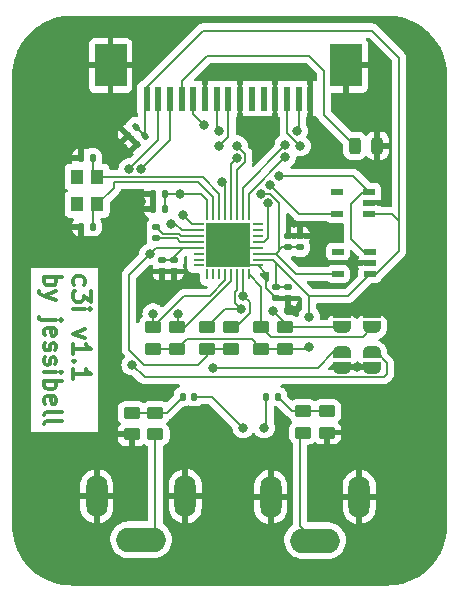
<source format=gtl>
%TF.GenerationSoftware,KiCad,Pcbnew,7.0.8*%
%TF.CreationDate,2023-12-06T02:29:27-07:00*%
%TF.ProjectId,C3I2,43334932-2e6b-4696-9361-645f70636258,rev?*%
%TF.SameCoordinates,Original*%
%TF.FileFunction,Copper,L1,Top*%
%TF.FilePolarity,Positive*%
%FSLAX46Y46*%
G04 Gerber Fmt 4.6, Leading zero omitted, Abs format (unit mm)*
G04 Created by KiCad (PCBNEW 7.0.8) date 2023-12-06 02:29:27*
%MOMM*%
%LPD*%
G01*
G04 APERTURE LIST*
G04 Aperture macros list*
%AMRoundRect*
0 Rectangle with rounded corners*
0 $1 Rounding radius*
0 $2 $3 $4 $5 $6 $7 $8 $9 X,Y pos of 4 corners*
0 Add a 4 corners polygon primitive as box body*
4,1,4,$2,$3,$4,$5,$6,$7,$8,$9,$2,$3,0*
0 Add four circle primitives for the rounded corners*
1,1,$1+$1,$2,$3*
1,1,$1+$1,$4,$5*
1,1,$1+$1,$6,$7*
1,1,$1+$1,$8,$9*
0 Add four rect primitives between the rounded corners*
20,1,$1+$1,$2,$3,$4,$5,0*
20,1,$1+$1,$4,$5,$6,$7,0*
20,1,$1+$1,$6,$7,$8,$9,0*
20,1,$1+$1,$8,$9,$2,$3,0*%
%AMFreePoly0*
4,1,19,0.000000,0.744911,0.071157,0.744911,0.207708,0.704816,0.327430,0.627875,0.420627,0.520320,0.479746,0.390866,0.500000,0.250000,0.500000,-0.250000,0.479746,-0.390866,0.420627,-0.520320,0.327430,-0.627875,0.207708,-0.704816,0.071157,-0.744911,0.000000,-0.744911,0.000000,-0.750000,-0.500000,-0.750000,-0.500000,0.750000,0.000000,0.750000,0.000000,0.744911,0.000000,0.744911,
$1*%
%AMFreePoly1*
4,1,19,0.500000,-0.750000,0.000000,-0.750000,0.000000,-0.744911,-0.071157,-0.744911,-0.207708,-0.704816,-0.327430,-0.627875,-0.420627,-0.520320,-0.479746,-0.390866,-0.500000,-0.250000,-0.500000,0.250000,-0.479746,0.390866,-0.420627,0.520320,-0.327430,0.627875,-0.207708,0.704816,-0.071157,0.744911,0.000000,0.744911,0.000000,0.750000,0.500000,0.750000,0.500000,-0.750000,0.500000,-0.750000,
$1*%
G04 Aperture macros list end*
%ADD10C,0.300000*%
%TA.AperFunction,NonConductor*%
%ADD11C,0.300000*%
%TD*%
%TA.AperFunction,SMDPad,CuDef*%
%ADD12R,1.050000X1.300000*%
%TD*%
%TA.AperFunction,SMDPad,CuDef*%
%ADD13R,1.003300X0.508000*%
%TD*%
%TA.AperFunction,SMDPad,CuDef*%
%ADD14R,3.759200X3.759200*%
%TD*%
%TA.AperFunction,SMDPad,CuDef*%
%ADD15R,0.254000X0.914400*%
%TD*%
%TA.AperFunction,SMDPad,CuDef*%
%ADD16R,0.914400X0.254000*%
%TD*%
%TA.AperFunction,SMDPad,CuDef*%
%ADD17RoundRect,0.250000X0.450000X-0.262500X0.450000X0.262500X-0.450000X0.262500X-0.450000X-0.262500X0*%
%TD*%
%TA.AperFunction,SMDPad,CuDef*%
%ADD18FreePoly0,270.000000*%
%TD*%
%TA.AperFunction,SMDPad,CuDef*%
%ADD19FreePoly1,270.000000*%
%TD*%
%TA.AperFunction,SMDPad,CuDef*%
%ADD20FreePoly1,90.000000*%
%TD*%
%TA.AperFunction,SMDPad,CuDef*%
%ADD21FreePoly0,90.000000*%
%TD*%
%TA.AperFunction,ComponentPad*%
%ADD22O,1.800000X3.600000*%
%TD*%
%TA.AperFunction,ComponentPad*%
%ADD23O,4.200000X2.100000*%
%TD*%
%TA.AperFunction,SMDPad,CuDef*%
%ADD24R,0.609600X2.006600*%
%TD*%
%TA.AperFunction,SMDPad,CuDef*%
%ADD25R,2.667000X3.606800*%
%TD*%
%TA.AperFunction,SMDPad,CuDef*%
%ADD26RoundRect,0.243750X0.243750X0.456250X-0.243750X0.456250X-0.243750X-0.456250X0.243750X-0.456250X0*%
%TD*%
%TA.AperFunction,SMDPad,CuDef*%
%ADD27RoundRect,0.140000X-0.021213X0.219203X-0.219203X0.021213X0.021213X-0.219203X0.219203X-0.021213X0*%
%TD*%
%TA.AperFunction,SMDPad,CuDef*%
%ADD28RoundRect,0.140000X-0.170000X0.140000X-0.170000X-0.140000X0.170000X-0.140000X0.170000X0.140000X0*%
%TD*%
%TA.AperFunction,SMDPad,CuDef*%
%ADD29RoundRect,0.140000X-0.140000X-0.170000X0.140000X-0.170000X0.140000X0.170000X-0.140000X0.170000X0*%
%TD*%
%TA.AperFunction,SMDPad,CuDef*%
%ADD30RoundRect,0.140000X0.170000X-0.140000X0.170000X0.140000X-0.170000X0.140000X-0.170000X-0.140000X0*%
%TD*%
%TA.AperFunction,SMDPad,CuDef*%
%ADD31RoundRect,0.140000X0.021213X-0.219203X0.219203X-0.021213X-0.021213X0.219203X-0.219203X0.021213X0*%
%TD*%
%TA.AperFunction,SMDPad,CuDef*%
%ADD32RoundRect,0.140000X0.140000X0.170000X-0.140000X0.170000X-0.140000X-0.170000X0.140000X-0.170000X0*%
%TD*%
%TA.AperFunction,ViaPad*%
%ADD33C,0.800000*%
%TD*%
%TA.AperFunction,Conductor*%
%ADD34C,0.200000*%
%TD*%
%TA.AperFunction,Conductor*%
%ADD35C,0.300000*%
%TD*%
G04 APERTURE END LIST*
D10*
D11*
X123335600Y-73587368D02*
X123264171Y-73444510D01*
X123264171Y-73444510D02*
X123264171Y-73158796D01*
X123264171Y-73158796D02*
X123335600Y-73015939D01*
X123335600Y-73015939D02*
X123407028Y-72944510D01*
X123407028Y-72944510D02*
X123549885Y-72873082D01*
X123549885Y-72873082D02*
X123978457Y-72873082D01*
X123978457Y-72873082D02*
X124121314Y-72944510D01*
X124121314Y-72944510D02*
X124192742Y-73015939D01*
X124192742Y-73015939D02*
X124264171Y-73158796D01*
X124264171Y-73158796D02*
X124264171Y-73444510D01*
X124264171Y-73444510D02*
X124192742Y-73587368D01*
X124764171Y-74087367D02*
X124764171Y-75015939D01*
X124764171Y-75015939D02*
X124192742Y-74515939D01*
X124192742Y-74515939D02*
X124192742Y-74730224D01*
X124192742Y-74730224D02*
X124121314Y-74873082D01*
X124121314Y-74873082D02*
X124049885Y-74944510D01*
X124049885Y-74944510D02*
X123907028Y-75015939D01*
X123907028Y-75015939D02*
X123549885Y-75015939D01*
X123549885Y-75015939D02*
X123407028Y-74944510D01*
X123407028Y-74944510D02*
X123335600Y-74873082D01*
X123335600Y-74873082D02*
X123264171Y-74730224D01*
X123264171Y-74730224D02*
X123264171Y-74301653D01*
X123264171Y-74301653D02*
X123335600Y-74158796D01*
X123335600Y-74158796D02*
X123407028Y-74087367D01*
X123264171Y-75658795D02*
X124264171Y-75658795D01*
X124764171Y-75658795D02*
X124692742Y-75587367D01*
X124692742Y-75587367D02*
X124621314Y-75658795D01*
X124621314Y-75658795D02*
X124692742Y-75730224D01*
X124692742Y-75730224D02*
X124764171Y-75658795D01*
X124764171Y-75658795D02*
X124621314Y-75658795D01*
X124264171Y-77373081D02*
X123264171Y-77730224D01*
X123264171Y-77730224D02*
X124264171Y-78087367D01*
X123264171Y-79444510D02*
X123264171Y-78587367D01*
X123264171Y-79015938D02*
X124764171Y-79015938D01*
X124764171Y-79015938D02*
X124549885Y-78873081D01*
X124549885Y-78873081D02*
X124407028Y-78730224D01*
X124407028Y-78730224D02*
X124335600Y-78587367D01*
X123407028Y-80087366D02*
X123335600Y-80158795D01*
X123335600Y-80158795D02*
X123264171Y-80087366D01*
X123264171Y-80087366D02*
X123335600Y-80015938D01*
X123335600Y-80015938D02*
X123407028Y-80087366D01*
X123407028Y-80087366D02*
X123264171Y-80087366D01*
X123264171Y-81587367D02*
X123264171Y-80730224D01*
X123264171Y-81158795D02*
X124764171Y-81158795D01*
X124764171Y-81158795D02*
X124549885Y-81015938D01*
X124549885Y-81015938D02*
X124407028Y-80873081D01*
X124407028Y-80873081D02*
X124335600Y-80730224D01*
X120849171Y-72944510D02*
X122349171Y-72944510D01*
X121777742Y-72944510D02*
X121849171Y-73087368D01*
X121849171Y-73087368D02*
X121849171Y-73373082D01*
X121849171Y-73373082D02*
X121777742Y-73515939D01*
X121777742Y-73515939D02*
X121706314Y-73587368D01*
X121706314Y-73587368D02*
X121563457Y-73658796D01*
X121563457Y-73658796D02*
X121134885Y-73658796D01*
X121134885Y-73658796D02*
X120992028Y-73587368D01*
X120992028Y-73587368D02*
X120920600Y-73515939D01*
X120920600Y-73515939D02*
X120849171Y-73373082D01*
X120849171Y-73373082D02*
X120849171Y-73087368D01*
X120849171Y-73087368D02*
X120920600Y-72944510D01*
X121849171Y-74158796D02*
X120849171Y-74515939D01*
X121849171Y-74873082D02*
X120849171Y-74515939D01*
X120849171Y-74515939D02*
X120492028Y-74373082D01*
X120492028Y-74373082D02*
X120420600Y-74301653D01*
X120420600Y-74301653D02*
X120349171Y-74158796D01*
X121849171Y-76587367D02*
X120563457Y-76587367D01*
X120563457Y-76587367D02*
X120420600Y-76515939D01*
X120420600Y-76515939D02*
X120349171Y-76373082D01*
X120349171Y-76373082D02*
X120349171Y-76301653D01*
X122349171Y-76587367D02*
X122277742Y-76515939D01*
X122277742Y-76515939D02*
X122206314Y-76587367D01*
X122206314Y-76587367D02*
X122277742Y-76658796D01*
X122277742Y-76658796D02*
X122349171Y-76587367D01*
X122349171Y-76587367D02*
X122206314Y-76587367D01*
X120920600Y-77873082D02*
X120849171Y-77730225D01*
X120849171Y-77730225D02*
X120849171Y-77444511D01*
X120849171Y-77444511D02*
X120920600Y-77301653D01*
X120920600Y-77301653D02*
X121063457Y-77230225D01*
X121063457Y-77230225D02*
X121634885Y-77230225D01*
X121634885Y-77230225D02*
X121777742Y-77301653D01*
X121777742Y-77301653D02*
X121849171Y-77444511D01*
X121849171Y-77444511D02*
X121849171Y-77730225D01*
X121849171Y-77730225D02*
X121777742Y-77873082D01*
X121777742Y-77873082D02*
X121634885Y-77944511D01*
X121634885Y-77944511D02*
X121492028Y-77944511D01*
X121492028Y-77944511D02*
X121349171Y-77230225D01*
X120920600Y-78515939D02*
X120849171Y-78658796D01*
X120849171Y-78658796D02*
X120849171Y-78944510D01*
X120849171Y-78944510D02*
X120920600Y-79087367D01*
X120920600Y-79087367D02*
X121063457Y-79158796D01*
X121063457Y-79158796D02*
X121134885Y-79158796D01*
X121134885Y-79158796D02*
X121277742Y-79087367D01*
X121277742Y-79087367D02*
X121349171Y-78944510D01*
X121349171Y-78944510D02*
X121349171Y-78730225D01*
X121349171Y-78730225D02*
X121420600Y-78587367D01*
X121420600Y-78587367D02*
X121563457Y-78515939D01*
X121563457Y-78515939D02*
X121634885Y-78515939D01*
X121634885Y-78515939D02*
X121777742Y-78587367D01*
X121777742Y-78587367D02*
X121849171Y-78730225D01*
X121849171Y-78730225D02*
X121849171Y-78944510D01*
X121849171Y-78944510D02*
X121777742Y-79087367D01*
X120920600Y-79730225D02*
X120849171Y-79873082D01*
X120849171Y-79873082D02*
X120849171Y-80158796D01*
X120849171Y-80158796D02*
X120920600Y-80301653D01*
X120920600Y-80301653D02*
X121063457Y-80373082D01*
X121063457Y-80373082D02*
X121134885Y-80373082D01*
X121134885Y-80373082D02*
X121277742Y-80301653D01*
X121277742Y-80301653D02*
X121349171Y-80158796D01*
X121349171Y-80158796D02*
X121349171Y-79944511D01*
X121349171Y-79944511D02*
X121420600Y-79801653D01*
X121420600Y-79801653D02*
X121563457Y-79730225D01*
X121563457Y-79730225D02*
X121634885Y-79730225D01*
X121634885Y-79730225D02*
X121777742Y-79801653D01*
X121777742Y-79801653D02*
X121849171Y-79944511D01*
X121849171Y-79944511D02*
X121849171Y-80158796D01*
X121849171Y-80158796D02*
X121777742Y-80301653D01*
X120849171Y-81015939D02*
X121849171Y-81015939D01*
X122349171Y-81015939D02*
X122277742Y-80944511D01*
X122277742Y-80944511D02*
X122206314Y-81015939D01*
X122206314Y-81015939D02*
X122277742Y-81087368D01*
X122277742Y-81087368D02*
X122349171Y-81015939D01*
X122349171Y-81015939D02*
X122206314Y-81015939D01*
X120849171Y-81730225D02*
X122349171Y-81730225D01*
X121777742Y-81730225D02*
X121849171Y-81873083D01*
X121849171Y-81873083D02*
X121849171Y-82158797D01*
X121849171Y-82158797D02*
X121777742Y-82301654D01*
X121777742Y-82301654D02*
X121706314Y-82373083D01*
X121706314Y-82373083D02*
X121563457Y-82444511D01*
X121563457Y-82444511D02*
X121134885Y-82444511D01*
X121134885Y-82444511D02*
X120992028Y-82373083D01*
X120992028Y-82373083D02*
X120920600Y-82301654D01*
X120920600Y-82301654D02*
X120849171Y-82158797D01*
X120849171Y-82158797D02*
X120849171Y-81873083D01*
X120849171Y-81873083D02*
X120920600Y-81730225D01*
X120920600Y-83658797D02*
X120849171Y-83515940D01*
X120849171Y-83515940D02*
X120849171Y-83230226D01*
X120849171Y-83230226D02*
X120920600Y-83087368D01*
X120920600Y-83087368D02*
X121063457Y-83015940D01*
X121063457Y-83015940D02*
X121634885Y-83015940D01*
X121634885Y-83015940D02*
X121777742Y-83087368D01*
X121777742Y-83087368D02*
X121849171Y-83230226D01*
X121849171Y-83230226D02*
X121849171Y-83515940D01*
X121849171Y-83515940D02*
X121777742Y-83658797D01*
X121777742Y-83658797D02*
X121634885Y-83730226D01*
X121634885Y-83730226D02*
X121492028Y-83730226D01*
X121492028Y-83730226D02*
X121349171Y-83015940D01*
X120849171Y-84587368D02*
X120920600Y-84444511D01*
X120920600Y-84444511D02*
X121063457Y-84373082D01*
X121063457Y-84373082D02*
X122349171Y-84373082D01*
X120849171Y-85373082D02*
X120920600Y-85230225D01*
X120920600Y-85230225D02*
X121063457Y-85158796D01*
X121063457Y-85158796D02*
X122349171Y-85158796D01*
D12*
%TO.P,Y1,1,1*%
%TO.N,Net-(U1-XTALN)*%
X125335000Y-66792000D03*
%TO.P,Y1,2,2*%
%TO.N,Net-(U1-XTALP)*%
X125335000Y-64492000D03*
%TO.P,Y1,3*%
%TO.N,N/C*%
X123585000Y-64492000D03*
%TO.P,Y1,4*%
X123585000Y-66792000D03*
%TD*%
D13*
%TO.P,U3,1,VIN*%
%TO.N,+3.3V*%
X148336000Y-67608001D03*
%TO.P,U3,2,GND*%
%TO.N,GND*%
X148336000Y-66658000D03*
%TO.P,U3,3,EN*%
%TO.N,PWR_EN*%
X148336000Y-65707999D03*
%TO.P,U3,4,NC*%
%TO.N,unconnected-(U3-NC-Pad4)*%
X145630900Y-65707999D03*
%TO.P,U3,5,VOUT*%
%TO.N,PVDD*%
X145630900Y-67608001D03*
%TD*%
%TO.P,U2,1,VIN*%
%TO.N,+3.3V*%
X148418550Y-72688001D03*
%TO.P,U2,2,GND*%
%TO.N,GND*%
X148418550Y-71738000D03*
%TO.P,U2,3,EN*%
%TO.N,PWR_EN*%
X148418550Y-70787999D03*
%TO.P,U2,4,NC*%
%TO.N,unconnected-(U2-NC-Pad4)*%
X145713450Y-70787999D03*
%TO.P,U2,5,VOUT*%
%TO.N,+1V8*%
X145713450Y-72688001D03*
%TD*%
D14*
%TO.P,U1,33,EPAD*%
%TO.N,GND*%
X136398000Y-70214000D03*
D15*
%TO.P,U1,32,\u002APWRDWN*%
%TO.N,PWRDWN*%
X138147999Y-72715900D03*
%TO.P,U1,31,SCLK*%
%TO.N,I2C_SCL*%
X137648000Y-72715900D03*
%TO.P,U1,30,SDATA*%
%TO.N,I2C_SDA*%
X137148001Y-72715900D03*
%TO.P,U1,29,ALSB*%
%TO.N,I2C_ADD*%
X136648000Y-72715900D03*
%TO.P,U1,28,\u002ARESET*%
%TO.N,RESET*%
X136148000Y-72715900D03*
%TO.P,U1,27,AIN8*%
%TO.N,unconnected-(U1-AIN8-Pad27)*%
X135647999Y-72715900D03*
%TO.P,U1,26,AIN7*%
%TO.N,unconnected-(U1-AIN7-Pad26)*%
X135148000Y-72715900D03*
%TO.P,U1,25,AIN6*%
%TO.N,unconnected-(U1-AIN6-Pad25)*%
X134648001Y-72715900D03*
D16*
%TO.P,U1,24,AIN5*%
%TO.N,unconnected-(U1-AIN5-Pad24)*%
X133896100Y-71963999D03*
%TO.P,U1,23,AIN4*%
%TO.N,unconnected-(U1-AIN4-Pad23)*%
X133896100Y-71464000D03*
%TO.P,U1,22,AIN3*%
%TO.N,unconnected-(U1-AIN3-Pad22)*%
X133896100Y-70964001D03*
%TO.P,U1,21,AVDD*%
%TO.N,+1V8*%
X133896100Y-70464000D03*
%TO.P,U1,20,VREFN*%
%TO.N,Net-(U1-VREFN)*%
X133896100Y-69964000D03*
%TO.P,U1,19,VREFP*%
%TO.N,Net-(U1-VREFP)*%
X133896100Y-69463999D03*
%TO.P,U1,18,AIN2*%
%TO.N,Ain2*%
X133896100Y-68964000D03*
%TO.P,U1,17,AIN1*%
%TO.N,Ain1*%
X133896100Y-68464001D03*
D15*
%TO.P,U1,16,PVDD*%
%TO.N,PVDD*%
X134648001Y-67712100D03*
%TO.P,U1,15,XTALN*%
%TO.N,Net-(U1-XTALN)*%
X135148000Y-67712100D03*
%TO.P,U1,14,XTALP*%
%TO.N,Net-(U1-XTALP)*%
X135647999Y-67712100D03*
%TO.P,U1,13,MVDD*%
%TO.N,+1V8*%
X136148000Y-67712100D03*
%TO.P,U1,12,CLKN*%
%TO.N,MIPI_CL_N*%
X136648000Y-67712100D03*
%TO.P,U1,11,CLKP*%
%TO.N,MIPI_CL_P*%
X137148001Y-67712100D03*
%TO.P,U1,10,D0N*%
%TO.N,MIPI_D0_N*%
X137648000Y-67712100D03*
%TO.P,U1,9,D0P*%
%TO.N,MIPI_D0_P*%
X138147999Y-67712100D03*
D16*
%TO.P,U1,8,GPO0*%
%TO.N,unconnected-(U1-GPO0-Pad8)*%
X138899900Y-68464001D03*
%TO.P,U1,7,GPO1*%
%TO.N,unconnected-(U1-GPO1-Pad7)*%
X138899900Y-68964000D03*
%TO.P,U1,6,GPO2*%
%TO.N,unconnected-(U1-GPO2-Pad6)*%
X138899900Y-69463999D03*
%TO.P,U1,5,\u002AINTRQ*%
%TO.N,INT*%
X138899900Y-69964000D03*
%TO.P,U1,4,DGND*%
%TO.N,GND*%
X138899900Y-70464000D03*
%TO.P,U1,3,DVDD*%
%TO.N,+1V8*%
X138899900Y-70964001D03*
%TO.P,U1,2,DVDDIO*%
%TO.N,+3.3V*%
X138899900Y-71464000D03*
%TO.P,U1,1,DGND*%
%TO.N,GND*%
X138899900Y-71963999D03*
%TD*%
D17*
%TO.P,R10,1*%
%TO.N,+1V8*%
X136652000Y-79000500D03*
%TO.P,R10,2*%
%TO.N,I2C_SCL*%
X136652000Y-77175500D03*
%TD*%
%TO.P,R9,1*%
%TO.N,+1V8*%
X134620000Y-79000500D03*
%TO.P,R9,2*%
%TO.N,I2C_SDA*%
X134620000Y-77175500D03*
%TD*%
%TO.P,R8,1*%
%TO.N,+3.3V*%
X141224000Y-79000500D03*
%TO.P,R8,2*%
%TO.N,INT*%
X141224000Y-77175500D03*
%TD*%
%TO.P,R7,1*%
%TO.N,+3.3V*%
X139192000Y-79000500D03*
%TO.P,R7,2*%
%TO.N,PWRDWN*%
X139192000Y-77175500D03*
%TD*%
%TO.P,R6,1*%
%TO.N,+3.3V*%
X130048000Y-79000500D03*
%TO.P,R6,2*%
%TO.N,RESET*%
X130048000Y-77175500D03*
%TD*%
%TO.P,R5,1*%
%TO.N,+3.3V*%
X132080000Y-79000500D03*
%TO.P,R5,2*%
%TO.N,I2C_ADD*%
X132080000Y-77175500D03*
%TD*%
%TO.P,R4,1*%
%TO.N,GND*%
X128243341Y-86259406D03*
%TO.P,R4,2*%
%TO.N,Net-(C4-Pad1)*%
X128243341Y-84434406D03*
%TD*%
%TO.P,R3,1*%
%TO.N,Net-(J3-Pad1)*%
X130242000Y-86256500D03*
%TO.P,R3,2*%
%TO.N,Net-(C4-Pad1)*%
X130242000Y-84431500D03*
%TD*%
%TO.P,R2,1*%
%TO.N,GND*%
X144780000Y-86106000D03*
%TO.P,R2,2*%
%TO.N,Net-(C3-Pad1)*%
X144780000Y-84281000D03*
%TD*%
%TO.P,R1,1*%
%TO.N,Net-(J2-Pad1)*%
X142748000Y-86106000D03*
%TO.P,R1,2*%
%TO.N,Net-(C3-Pad1)*%
X142748000Y-84281000D03*
%TD*%
D18*
%TO.P,INT,2,B*%
%TO.N,INT*%
X146050000Y-77214000D03*
D19*
%TO.P,INT,1,A*%
%TO.N,GND*%
X146050000Y-75914000D03*
%TD*%
%TO.P,PWR,1,A*%
%TO.N,GND*%
X148590000Y-75914000D03*
D18*
%TO.P,PWR,2,B*%
%TO.N,PWRDWN*%
X148590000Y-77214000D03*
%TD*%
D20*
%TO.P,RESET,1,A*%
%TO.N,GND*%
X148590000Y-80628000D03*
D21*
%TO.P,RESET,2,B*%
%TO.N,RESET*%
X148590000Y-79328000D03*
%TD*%
D20*
%TO.P,I2C,1,A*%
%TO.N,GND*%
X146050000Y-80628000D03*
D21*
%TO.P,I2C,2,B*%
%TO.N,I2C_ADD*%
X146050000Y-79328000D03*
%TD*%
D22*
%TO.P,J3,2*%
%TO.N,GND*%
X125282000Y-91490000D03*
D23*
%TO.P,J3,1*%
%TO.N,Net-(J3-Pad1)*%
X129032000Y-95190000D03*
D22*
%TO.P,J3,3*%
%TO.N,GND*%
X132782000Y-91490000D03*
%TD*%
%TO.P,J2,2*%
%TO.N,GND*%
X140014000Y-91550000D03*
D23*
%TO.P,J2,1*%
%TO.N,Net-(J2-Pad1)*%
X143764000Y-95250000D03*
D22*
%TO.P,J2,3*%
%TO.N,GND*%
X147514000Y-91550000D03*
%TD*%
D24*
%TO.P,J1,1,1*%
%TO.N,GND*%
X143357600Y-57844200D03*
%TO.P,J1,2,2*%
%TO.N,MIPI_D0_N*%
X142367000Y-57844200D03*
%TO.P,J1,3,3*%
%TO.N,MIPI_D0_P*%
X141376400Y-57844200D03*
%TO.P,J1,4,4*%
%TO.N,GND*%
X140385800Y-57844200D03*
%TO.P,J1,5,5*%
%TO.N,MIPI_D1_N*%
X139395200Y-57844200D03*
%TO.P,J1,6,6*%
%TO.N,MIPI_D1_P*%
X138404600Y-57844200D03*
%TO.P,J1,7,7*%
%TO.N,GND*%
X137414000Y-57844200D03*
%TO.P,J1,8,8*%
%TO.N,MIPI_CL_N*%
X136423400Y-57844200D03*
%TO.P,J1,9,9*%
%TO.N,MIPI_CL_P*%
X135432800Y-57844200D03*
%TO.P,J1,10,10*%
%TO.N,GND*%
X134442200Y-57844200D03*
%TO.P,J1,11,11*%
%TO.N,PWR_EN*%
X133451600Y-57844200D03*
%TO.P,J1,12,12*%
%TO.N,LED_IND*%
X132461000Y-57844200D03*
%TO.P,J1,13,13*%
%TO.N,I2C_SCL*%
X131470400Y-57844200D03*
%TO.P,J1,14,14*%
%TO.N,I2C_SDA*%
X130479800Y-57844200D03*
%TO.P,J1,15,15*%
%TO.N,+3.3V*%
X129489200Y-57844200D03*
D25*
%TO.P,J1,16,16*%
%TO.N,GND*%
X146405600Y-55024800D03*
%TO.P,J1,17,17*%
X126441200Y-55024800D03*
%TD*%
D26*
%TO.P,D1,1,K*%
%TO.N,GND*%
X149019500Y-61832000D03*
%TO.P,D1,2,A*%
%TO.N,LED_IND*%
X147144500Y-61832000D03*
%TD*%
D27*
%TO.P,C15,1*%
%TO.N,+3.3V*%
X129371411Y-60984589D03*
%TO.P,C15,2*%
%TO.N,GND*%
X128692589Y-61663411D03*
%TD*%
D28*
%TO.P,C14,1*%
%TO.N,+3.3V*%
X140462000Y-73798000D03*
%TO.P,C14,2*%
%TO.N,GND*%
X140462000Y-74758000D03*
%TD*%
D29*
%TO.P,C13,1*%
%TO.N,GND*%
X130076000Y-65896000D03*
%TO.P,C13,2*%
%TO.N,PVDD*%
X131036000Y-65896000D03*
%TD*%
%TO.P,C12,1*%
%TO.N,GND*%
X130076000Y-67166000D03*
%TO.P,C12,2*%
%TO.N,PVDD*%
X131036000Y-67166000D03*
%TD*%
D28*
%TO.P,C11,1*%
%TO.N,GND*%
X142494000Y-69480000D03*
%TO.P,C11,2*%
%TO.N,+1V8*%
X142494000Y-70440000D03*
%TD*%
D30*
%TO.P,C10,1*%
%TO.N,GND*%
X130810000Y-72472000D03*
%TO.P,C10,2*%
%TO.N,+1V8*%
X130810000Y-71512000D03*
%TD*%
%TO.P,C9,1*%
%TO.N,GND*%
X131826000Y-72472000D03*
%TO.P,C9,2*%
%TO.N,+1V8*%
X131826000Y-71512000D03*
%TD*%
D28*
%TO.P,C8,1*%
%TO.N,GND*%
X141478000Y-69480000D03*
%TO.P,C8,2*%
%TO.N,+1V8*%
X141478000Y-70440000D03*
%TD*%
D30*
%TO.P,C7,1*%
%TO.N,GND*%
X141478000Y-74758000D03*
%TO.P,C7,2*%
%TO.N,+3.3V*%
X141478000Y-73798000D03*
%TD*%
D31*
%TO.P,C6,2*%
%TO.N,+3.3V*%
X128609411Y-60222589D03*
%TO.P,C6,1*%
%TO.N,GND*%
X127930589Y-60901411D03*
%TD*%
D28*
%TO.P,C5,1*%
%TO.N,Net-(U1-VREFP)*%
X130302000Y-68718000D03*
%TO.P,C5,2*%
%TO.N,Net-(U1-VREFN)*%
X130302000Y-69678000D03*
%TD*%
D29*
%TO.P,C4,1*%
%TO.N,Net-(C4-Pad1)*%
X132584000Y-83058000D03*
%TO.P,C4,2*%
%TO.N,Ain2*%
X133544000Y-83058000D03*
%TD*%
D32*
%TO.P,C3,1*%
%TO.N,Net-(C3-Pad1)*%
X140600000Y-83058000D03*
%TO.P,C3,2*%
%TO.N,Ain1*%
X139640000Y-83058000D03*
%TD*%
D29*
%TO.P,C2,1*%
%TO.N,GND*%
X123980000Y-68690000D03*
%TO.P,C2,2*%
%TO.N,Net-(U1-XTALN)*%
X124940000Y-68690000D03*
%TD*%
%TO.P,C1,1*%
%TO.N,GND*%
X123980000Y-62848000D03*
%TO.P,C1,2*%
%TO.N,Net-(U1-XTALP)*%
X124940000Y-62848000D03*
%TD*%
D33*
%TO.N,GND*%
X147327488Y-80568551D03*
X141785069Y-75726124D03*
X130810000Y-53340000D03*
X129238545Y-74303347D03*
X120650000Y-57150000D03*
X120650000Y-64770000D03*
X120650000Y-87630000D03*
X152400000Y-87630000D03*
X152400000Y-80010000D03*
X152400000Y-72390000D03*
X152400000Y-64770000D03*
X152400000Y-57150000D03*
X144356230Y-69280712D03*
%TO.N,+3.3V*%
X143256000Y-76310000D03*
X143256000Y-78850000D03*
%TO.N,RESET*%
X130048000Y-76056000D03*
X128270000Y-80374000D03*
%TO.N,I2C_ADD*%
X132118372Y-76094372D03*
X135128000Y-80628000D03*
%TO.N,Ain2*%
X137668000Y-85708000D03*
%TO.N,Ain1*%
X139446000Y-85708000D03*
%TO.N,INT*%
X139766780Y-66713700D03*
X140208000Y-75802000D03*
%TO.N,Ain2*%
X131572000Y-68436000D03*
%TO.N,Ain1*%
X132588000Y-67674000D03*
%TO.N,I2C_SDA*%
X137527622Y-75661622D03*
X128016000Y-63792500D03*
%TO.N,I2C_SCL*%
X129032000Y-63792500D03*
X137668000Y-74532000D03*
%TO.N,PWR_EN*%
X134366000Y-60054000D03*
X140716000Y-64372000D03*
%TO.N,PVDD*%
X139954000Y-65134000D03*
X132334000Y-65896000D03*
%TO.N,+1V8*%
X129780622Y-70989378D03*
X135890000Y-64880000D03*
X139192000Y-65896000D03*
%TO.N,MIPI_CL_N*%
X137160000Y-62848000D03*
X135636000Y-61832000D03*
%TO.N,MIPI_CL_P*%
X135636000Y-60562000D03*
X137160000Y-61832000D03*
%TO.N,MIPI_D0_P*%
X141223997Y-62794401D03*
X142494000Y-61832000D03*
%TO.N,MIPI_D0_N*%
X141226133Y-61794901D03*
X142240000Y-60562000D03*
%TD*%
D34*
%TO.N,+3.3V*%
X129489200Y-56840900D02*
X134260100Y-52070000D01*
X134260100Y-52070000D02*
X148590000Y-52070000D01*
X148590000Y-52070000D02*
X150876000Y-54356000D01*
X129489200Y-57844200D02*
X129489200Y-56840900D01*
X150876000Y-68182000D02*
X150876000Y-68580000D01*
X150876000Y-68580000D02*
X150876000Y-70732201D01*
X150876000Y-54356000D02*
X150876000Y-68580000D01*
%TO.N,INT*%
X139766780Y-69605583D02*
X139408363Y-69964000D01*
X139766780Y-66713700D02*
X139766780Y-69605583D01*
X139408363Y-69964000D02*
X138899900Y-69964000D01*
%TO.N,GND*%
X138899900Y-70464000D02*
X136648000Y-70464000D01*
X136648000Y-70464000D02*
X136398000Y-70214000D01*
X138899900Y-71963999D02*
X138894601Y-71958700D01*
X138894601Y-71958700D02*
X138142700Y-71958700D01*
X138142700Y-71958700D02*
X136398000Y-70214000D01*
X138899900Y-71963999D02*
X139592000Y-72656099D01*
X139592000Y-72656099D02*
X139592000Y-73888000D01*
X139592000Y-73888000D02*
X140462000Y-74758000D01*
%TO.N,Net-(J2-Pad1)*%
X142942000Y-86106000D02*
X142494000Y-86554000D01*
X142494000Y-86554000D02*
X142494000Y-93980000D01*
X142494000Y-93980000D02*
X143764000Y-95250000D01*
%TO.N,Net-(C3-Pad1)*%
X142748000Y-84281000D02*
X141823000Y-84281000D01*
%TO.N,+3.3V*%
X141224000Y-79000500D02*
X143105500Y-79000500D01*
X143105500Y-79000500D02*
X143256000Y-78850000D01*
X143256000Y-76310000D02*
X143256000Y-74532000D01*
%TO.N,RESET*%
X148964264Y-79328000D02*
X149860000Y-80223736D01*
X149860000Y-80223736D02*
X149860000Y-81136000D01*
X149860000Y-81136000D02*
X149568000Y-81428000D01*
X149568000Y-81428000D02*
X129324000Y-81428000D01*
X148590000Y-79328000D02*
X148964264Y-79328000D01*
X129324000Y-81428000D02*
X128270000Y-80374000D01*
X130048000Y-76056000D02*
X130048000Y-77175500D01*
%TO.N,PWRDWN*%
X148590000Y-77214000D02*
X147790000Y-78014000D01*
X147790000Y-78014000D02*
X140030500Y-78014000D01*
X140030500Y-78014000D02*
X139192000Y-77175500D01*
%TO.N,I2C_ADD*%
X132118372Y-76094372D02*
X132118372Y-77137128D01*
X132118372Y-77137128D02*
X132080000Y-77175500D01*
%TO.N,RESET*%
X136148000Y-72715900D02*
X136148000Y-73224363D01*
X132691500Y-74532000D02*
X130048000Y-77175500D01*
X136148000Y-73224363D02*
X134840363Y-74532000D01*
X134840363Y-74532000D02*
X132691500Y-74532000D01*
%TO.N,I2C_ADD*%
X145305089Y-79328000D02*
X144005089Y-80628000D01*
X144005089Y-80628000D02*
X135128000Y-80628000D01*
X146050000Y-79328000D02*
X145305089Y-79328000D01*
%TO.N,INT*%
X146050000Y-77214000D02*
X141262500Y-77214000D01*
X141262500Y-77214000D02*
X141224000Y-77175500D01*
%TO.N,Net-(J3-Pad1)*%
X130242000Y-86256500D02*
X130242000Y-94174000D01*
X130048000Y-94174000D02*
X129032000Y-95190000D01*
%TO.N,Net-(J2-Pad1)*%
X142748000Y-94234000D02*
X143764000Y-95250000D01*
%TO.N,Net-(C3-Pad1)*%
X141823000Y-84281000D02*
X140600000Y-83058000D01*
X145034000Y-84281000D02*
X142748000Y-84281000D01*
%TO.N,Net-(C4-Pad1)*%
X130242000Y-84431500D02*
X131210500Y-84431500D01*
X131210500Y-84431500D02*
X132584000Y-83058000D01*
X128210000Y-84431500D02*
X130242000Y-84431500D01*
%TO.N,Ain2*%
X137668000Y-85708000D02*
X135018000Y-83058000D01*
X135018000Y-83058000D02*
X133544000Y-83058000D01*
%TO.N,Ain1*%
X139446000Y-85708000D02*
X139640000Y-85514000D01*
X139640000Y-85514000D02*
X139640000Y-83058000D01*
%TO.N,+3.3V*%
X132080000Y-79000500D02*
X132892500Y-78188000D01*
X138379500Y-78188000D02*
X139192000Y-79000500D01*
X132892500Y-78188000D02*
X138379500Y-78188000D01*
%TO.N,+1V8*%
X129780622Y-70989378D02*
X128016000Y-72754000D01*
X134620000Y-79612000D02*
X134620000Y-79000500D01*
X128016000Y-72754000D02*
X128016000Y-79104000D01*
X128016000Y-79104000D02*
X129286000Y-80374000D01*
X129286000Y-80374000D02*
X133858000Y-80374000D01*
X133858000Y-80374000D02*
X134620000Y-79612000D01*
%TO.N,+3.3V*%
X139192000Y-79000500D02*
X141224000Y-79000500D01*
X130048000Y-79000500D02*
X132080000Y-79000500D01*
%TO.N,+1V8*%
X140450001Y-70964001D02*
X140716000Y-70698002D01*
X140716000Y-66658000D02*
X139954000Y-65896000D01*
X139954000Y-65896000D02*
X139192000Y-65896000D01*
X140716000Y-70698002D02*
X140716000Y-66658000D01*
%TO.N,INT*%
X141224000Y-76818000D02*
X140208000Y-75802000D01*
X141224000Y-77175500D02*
X141224000Y-76818000D01*
%TO.N,PWRDWN*%
X138147999Y-72715900D02*
X139192000Y-73759901D01*
X139192000Y-73759901D02*
X139192000Y-77175500D01*
%TO.N,I2C_SCL*%
X136652000Y-77175500D02*
X137056500Y-77175500D01*
X138227622Y-75091622D02*
X137668000Y-74532000D01*
X137056500Y-77175500D02*
X138227622Y-76004378D01*
X138227622Y-76004378D02*
X138227622Y-75091622D01*
%TO.N,I2C_ADD*%
X136648000Y-72715900D02*
X136648000Y-73307500D01*
X136648000Y-73307500D02*
X132780000Y-77175500D01*
X132780000Y-77175500D02*
X132080000Y-77175500D01*
%TO.N,+1V8*%
X129794000Y-71002756D02*
X129780622Y-70989378D01*
X136652000Y-79000500D02*
X134620000Y-79000500D01*
%TO.N,I2C_SDA*%
X137527622Y-75661622D02*
X136133878Y-75661622D01*
X136133878Y-75661622D02*
X134620000Y-77175500D01*
%TO.N,LED_IND*%
X147144500Y-61832000D02*
X144526000Y-59213500D01*
X144526000Y-59213500D02*
X144526000Y-55482000D01*
X134620000Y-54212000D02*
X132461000Y-56371000D01*
X144526000Y-55482000D02*
X143256000Y-54212000D01*
X143256000Y-54212000D02*
X134620000Y-54212000D01*
X132461000Y-56371000D02*
X132461000Y-57844200D01*
%TO.N,+3.3V*%
X129371411Y-60984589D02*
X129371411Y-57961989D01*
X129371411Y-57961989D02*
X129489200Y-57844200D01*
X128609411Y-60222589D02*
X129371411Y-60984589D01*
%TO.N,+1V8*%
X141478000Y-70440000D02*
X140974002Y-70440000D01*
X140974002Y-70440000D02*
X140450001Y-70964001D01*
X142494000Y-70440000D02*
X141478000Y-70440000D01*
%TO.N,Ain2*%
X131941370Y-68436000D02*
X131572000Y-68436000D01*
X132469371Y-68964000D02*
X131941370Y-68436000D01*
X133896100Y-68964000D02*
X132469371Y-68964000D01*
%TO.N,Ain1*%
X133378001Y-68464001D02*
X132588000Y-67674000D01*
X133896100Y-68464001D02*
X133378001Y-68464001D01*
%TO.N,Net-(U1-VREFP)*%
X130302000Y-68718000D02*
X130862000Y-69278000D01*
X130862000Y-69278000D02*
X132217685Y-69278000D01*
X132217685Y-69278000D02*
X132403684Y-69463999D01*
X132403684Y-69463999D02*
X133896100Y-69463999D01*
%TO.N,Net-(U1-VREFN)*%
X130302000Y-69678000D02*
X132052000Y-69678000D01*
X132052000Y-69678000D02*
X132338000Y-69964000D01*
X132338000Y-69964000D02*
X133896100Y-69964000D01*
%TO.N,+1V8*%
X129780622Y-70989378D02*
X130306000Y-70464000D01*
X130306000Y-70464000D02*
X132588000Y-70464000D01*
X132588000Y-70464000D02*
X133896100Y-70464000D01*
X131826000Y-71512000D02*
X131826000Y-71226000D01*
X131826000Y-71226000D02*
X132588000Y-70464000D01*
X130810000Y-71512000D02*
X131826000Y-71512000D01*
D35*
%TO.N,+3.3V*%
X129512000Y-57867000D02*
X129489200Y-57844200D01*
D34*
X143256000Y-74532000D02*
X140208000Y-71484000D01*
X140208000Y-71484000D02*
X140188000Y-71464000D01*
X140462000Y-71738000D02*
X140208000Y-71484000D01*
X140462000Y-73798000D02*
X140462000Y-71738000D01*
X140462000Y-73798000D02*
X141478000Y-73798000D01*
%TO.N,I2C_SCL*%
X131470400Y-57844200D02*
X131470400Y-61354100D01*
X131470400Y-61354100D02*
X129032000Y-63792500D01*
%TO.N,I2C_SDA*%
X137527622Y-75661622D02*
X136968000Y-75102000D01*
X136968000Y-74242050D02*
X137148001Y-74062049D01*
X130479800Y-61328700D02*
X128016000Y-63792500D01*
X130479800Y-57844200D02*
X130479800Y-61328700D01*
X136968000Y-75102000D02*
X136968000Y-74242050D01*
X137148001Y-74062049D02*
X137148001Y-72715900D01*
%TO.N,I2C_SCL*%
X137668000Y-72735900D02*
X137648000Y-72715900D01*
X137668000Y-74532000D02*
X137668000Y-72735900D01*
%TO.N,PWR_EN*%
X148336000Y-65707999D02*
X147000001Y-64372000D01*
X147000001Y-64372000D02*
X140716000Y-64372000D01*
X134366000Y-60054000D02*
X133451600Y-59139600D01*
X133451600Y-59139600D02*
X133451600Y-57844200D01*
%TO.N,Net-(U1-XTALN)*%
X124940000Y-68690000D02*
X124940000Y-67187000D01*
X124940000Y-67187000D02*
X125335000Y-66792000D01*
%TO.N,Net-(U1-XTALP)*%
X124940000Y-62848000D02*
X124940000Y-64097000D01*
X124940000Y-64097000D02*
X125335000Y-64492000D01*
%TO.N,Net-(U1-XTALN)*%
X126746000Y-65381000D02*
X126746000Y-64892000D01*
X126746000Y-64892000D02*
X133870000Y-64892000D01*
X125335000Y-66792000D02*
X126746000Y-65381000D01*
X133870000Y-64892000D02*
X135148000Y-66170000D01*
X135148000Y-66170000D02*
X135148000Y-67712100D01*
%TO.N,Net-(U1-XTALP)*%
X125335000Y-64492000D02*
X134232000Y-64492000D01*
X134232000Y-64492000D02*
X135647999Y-65907999D01*
X135647999Y-65907999D02*
X135647999Y-67712100D01*
%TO.N,PVDD*%
X142428001Y-67608001D02*
X139954000Y-65134000D01*
X131036000Y-65896000D02*
X132334000Y-65896000D01*
X132334000Y-65896000D02*
X134112000Y-65896000D01*
X145630900Y-67608001D02*
X142428001Y-67608001D01*
%TO.N,+1V8*%
X136148000Y-65138000D02*
X136148000Y-67712100D01*
X135890000Y-64880000D02*
X136148000Y-65138000D01*
X145713450Y-72688001D02*
X142174001Y-72688001D01*
X142174001Y-72688001D02*
X140450001Y-70964001D01*
X140450001Y-70964001D02*
X138899900Y-70964001D01*
%TO.N,+3.3V*%
X146574551Y-74532000D02*
X143256000Y-74532000D01*
X148418550Y-72688001D02*
X146574551Y-74532000D01*
X140188000Y-71464000D02*
X138899900Y-71464000D01*
%TO.N,PWR_EN*%
X148418550Y-70787999D02*
X147893999Y-70787999D01*
X146812000Y-66730349D02*
X147834350Y-65707999D01*
X147893999Y-70787999D02*
X146812000Y-69706000D01*
X146812000Y-69706000D02*
X146812000Y-66730349D01*
X147834350Y-65707999D02*
X148336000Y-65707999D01*
%TO.N,+3.3V*%
X150302001Y-67608001D02*
X150876000Y-68182000D01*
X148336000Y-67608001D02*
X150302001Y-67608001D01*
X150876000Y-70732201D02*
X148920200Y-72688001D01*
X148920200Y-72688001D02*
X148418550Y-72688001D01*
%TO.N,PVDD*%
X134112000Y-65896000D02*
X134648001Y-66432001D01*
X134648001Y-66432001D02*
X134648001Y-67712100D01*
X131036000Y-65896000D02*
X131036000Y-67166000D01*
%TO.N,MIPI_D0_N*%
X141226133Y-61794901D02*
X137648000Y-65373034D01*
X137648000Y-65373034D02*
X137648000Y-67712100D01*
%TO.N,MIPI_D0_P*%
X141223997Y-62794401D02*
X138147999Y-65870399D01*
X138147999Y-65870399D02*
X138147999Y-67712100D01*
%TO.N,MIPI_CL_P*%
X137160000Y-61832000D02*
X137860000Y-62532000D01*
X137860000Y-62532000D02*
X137860000Y-63164000D01*
X137860000Y-63164000D02*
X137148001Y-63875999D01*
X137148001Y-63875999D02*
X137148001Y-67712100D01*
%TO.N,MIPI_CL_N*%
X137160000Y-62848000D02*
X136648000Y-63360000D01*
X136648000Y-63360000D02*
X136648000Y-67712100D01*
X136423400Y-57844200D02*
X136423400Y-61044600D01*
X136423400Y-61044600D02*
X135636000Y-61832000D01*
%TO.N,MIPI_D0_P*%
X141376400Y-57844200D02*
X141376400Y-60714400D01*
X141376400Y-60714400D02*
X142494000Y-61832000D01*
X142494000Y-61832000D02*
X142240000Y-61832000D01*
%TO.N,MIPI_D0_N*%
X142240000Y-60562000D02*
X142367000Y-60435000D01*
X142367000Y-60435000D02*
X142367000Y-57844200D01*
%TO.N,MIPI_CL_P*%
X135432800Y-57844200D02*
X135432800Y-60358800D01*
X135432800Y-60358800D02*
X135636000Y-60562000D01*
%TD*%
%TA.AperFunction,Conductor*%
%TO.N,GND*%
G36*
X147416497Y-80097107D02*
G01*
X147427100Y-80111270D01*
X147457855Y-80159125D01*
X147457857Y-80159128D01*
X147566627Y-80253377D01*
X147697543Y-80313165D01*
X147840000Y-80333647D01*
X147840003Y-80333647D01*
X148875763Y-80333647D01*
X149069314Y-80333647D01*
X149136353Y-80353332D01*
X149156995Y-80369966D01*
X149223181Y-80436152D01*
X149256666Y-80497475D01*
X149259500Y-80523833D01*
X149259500Y-80703500D01*
X149239815Y-80770539D01*
X149187011Y-80816294D01*
X149135500Y-80827500D01*
X144954186Y-80827500D01*
X144887147Y-80807815D01*
X144841392Y-80755011D01*
X144831448Y-80685853D01*
X144860473Y-80622297D01*
X144866496Y-80615827D01*
X145123810Y-80358512D01*
X145185129Y-80325030D01*
X145229133Y-80323458D01*
X145300000Y-80333647D01*
X145300003Y-80333647D01*
X145835764Y-80333647D01*
X146335763Y-80333647D01*
X146800000Y-80333647D01*
X146871961Y-80328500D01*
X146871963Y-80328499D01*
X146871965Y-80328499D01*
X147010050Y-80287954D01*
X147010050Y-80287953D01*
X147010053Y-80287953D01*
X147131128Y-80210143D01*
X147225377Y-80101373D01*
X147225378Y-80101369D01*
X147229071Y-80097108D01*
X147287849Y-80059333D01*
X147357719Y-80059333D01*
X147416497Y-80097107D01*
G37*
%TD.AperFunction*%
%TA.AperFunction,Conductor*%
G36*
X132860178Y-71143570D02*
G01*
X132916111Y-71185442D01*
X132940528Y-71250906D01*
X132940134Y-71272997D01*
X132938400Y-71289127D01*
X132938400Y-71289132D01*
X132938400Y-71289133D01*
X132938400Y-71638869D01*
X132938401Y-71638879D01*
X132945052Y-71700751D01*
X132945052Y-71727257D01*
X132944809Y-71729515D01*
X132944809Y-71729516D01*
X132938400Y-71789126D01*
X132938400Y-71789131D01*
X132938400Y-71789132D01*
X132938400Y-72138868D01*
X132938401Y-72138875D01*
X132944808Y-72198482D01*
X132995102Y-72333327D01*
X132995106Y-72333334D01*
X133081352Y-72448543D01*
X133081355Y-72448546D01*
X133196564Y-72534792D01*
X133196571Y-72534796D01*
X133241518Y-72551560D01*
X133331417Y-72585090D01*
X133391027Y-72591499D01*
X133896501Y-72591498D01*
X133963540Y-72611182D01*
X134009295Y-72663986D01*
X134020501Y-72715498D01*
X134020501Y-73220970D01*
X134020502Y-73220976D01*
X134026909Y-73280583D01*
X134077203Y-73415428D01*
X134077207Y-73415435D01*
X134163453Y-73530644D01*
X134163456Y-73530647D01*
X134278665Y-73616893D01*
X134278672Y-73616897D01*
X134323619Y-73633661D01*
X134413518Y-73667191D01*
X134473128Y-73673600D01*
X134550166Y-73673599D01*
X134617204Y-73693283D01*
X134662960Y-73746086D01*
X134672904Y-73815245D01*
X134643880Y-73878801D01*
X134637854Y-73885273D01*
X134627949Y-73895178D01*
X134566630Y-73928665D01*
X134540266Y-73931500D01*
X132734934Y-73931500D01*
X132726834Y-73930969D01*
X132691500Y-73926317D01*
X132691499Y-73926317D01*
X132534738Y-73946955D01*
X132388660Y-74007463D01*
X132263214Y-74103721D01*
X132241524Y-74131990D01*
X132236171Y-74138094D01*
X130906070Y-75468193D01*
X130844747Y-75501678D01*
X130775055Y-75496694D01*
X130726239Y-75463485D01*
X130653871Y-75383112D01*
X130591371Y-75337703D01*
X130500734Y-75271851D01*
X130500729Y-75271848D01*
X130327807Y-75194857D01*
X130327802Y-75194855D01*
X130182001Y-75163865D01*
X130142646Y-75155500D01*
X129953354Y-75155500D01*
X129920897Y-75162398D01*
X129768197Y-75194855D01*
X129768192Y-75194857D01*
X129595270Y-75271848D01*
X129595265Y-75271851D01*
X129442129Y-75383111D01*
X129315466Y-75523785D01*
X129220821Y-75687715D01*
X129220818Y-75687722D01*
X129164296Y-75861680D01*
X129162326Y-75867744D01*
X129154551Y-75941722D01*
X129142540Y-76056000D01*
X129160238Y-76224391D01*
X129147668Y-76293121D01*
X129124599Y-76325033D01*
X129005287Y-76444345D01*
X128913187Y-76593663D01*
X128913185Y-76593668D01*
X128897158Y-76642034D01*
X128871131Y-76720581D01*
X128858206Y-76759585D01*
X128818433Y-76817030D01*
X128753917Y-76843853D01*
X128685142Y-76831538D01*
X128633942Y-76783995D01*
X128616500Y-76720581D01*
X128616500Y-73054097D01*
X128636185Y-72987058D01*
X128652819Y-72966416D01*
X128897235Y-72722000D01*
X130005496Y-72722000D01*
X130047968Y-72868195D01*
X130130278Y-73007374D01*
X130130285Y-73007383D01*
X130244616Y-73121714D01*
X130244625Y-73121721D01*
X130383804Y-73204031D01*
X130539089Y-73249145D01*
X130560000Y-73250789D01*
X130560000Y-72722000D01*
X131060000Y-72722000D01*
X131060000Y-73250789D01*
X131080910Y-73249145D01*
X131236195Y-73204031D01*
X131254877Y-73192983D01*
X131322600Y-73175799D01*
X131381123Y-73192983D01*
X131399804Y-73204031D01*
X131555089Y-73249145D01*
X131576000Y-73250789D01*
X131576000Y-72722000D01*
X132076000Y-72722000D01*
X132076000Y-73250789D01*
X132096910Y-73249145D01*
X132252195Y-73204031D01*
X132391374Y-73121721D01*
X132391383Y-73121714D01*
X132505714Y-73007383D01*
X132505721Y-73007374D01*
X132588031Y-72868195D01*
X132630504Y-72722000D01*
X132076000Y-72722000D01*
X131576000Y-72722000D01*
X131060000Y-72722000D01*
X130560000Y-72722000D01*
X130005496Y-72722000D01*
X128897235Y-72722000D01*
X129693038Y-71926197D01*
X129754361Y-71892712D01*
X129780719Y-71889878D01*
X129875265Y-71889878D01*
X129875268Y-71889878D01*
X129922260Y-71879889D01*
X129991923Y-71885204D01*
X130047657Y-71927340D01*
X130071764Y-71992920D01*
X130056588Y-72061121D01*
X130054774Y-72064295D01*
X130047969Y-72075801D01*
X130047968Y-72075804D01*
X130005496Y-72222000D01*
X130311648Y-72222000D01*
X130374766Y-72239267D01*
X130383605Y-72244494D01*
X130383608Y-72244494D01*
X130383610Y-72244496D01*
X130539002Y-72289642D01*
X130539005Y-72289642D01*
X130539007Y-72289643D01*
X130551108Y-72290595D01*
X130575308Y-72292500D01*
X130575310Y-72292500D01*
X131044692Y-72292500D01*
X131062841Y-72291071D01*
X131080993Y-72289643D01*
X131080995Y-72289642D01*
X131080997Y-72289642D01*
X131236389Y-72244496D01*
X131236389Y-72244495D01*
X131236395Y-72244494D01*
X131245232Y-72239267D01*
X131308352Y-72222000D01*
X131327648Y-72222000D01*
X131390767Y-72239267D01*
X131399605Y-72244494D01*
X131399608Y-72244494D01*
X131399610Y-72244496D01*
X131555002Y-72289642D01*
X131555005Y-72289642D01*
X131555007Y-72289643D01*
X131567108Y-72290595D01*
X131591308Y-72292500D01*
X131591310Y-72292500D01*
X132060692Y-72292500D01*
X132078841Y-72291071D01*
X132096993Y-72289643D01*
X132096995Y-72289642D01*
X132096997Y-72289642D01*
X132252389Y-72244496D01*
X132252389Y-72244495D01*
X132252395Y-72244494D01*
X132261233Y-72239267D01*
X132324352Y-72222000D01*
X132630504Y-72222000D01*
X132588031Y-72075803D01*
X132576090Y-72055613D01*
X132558906Y-71987889D01*
X132576089Y-71929369D01*
X132588494Y-71908395D01*
X132633643Y-71752993D01*
X132636500Y-71716690D01*
X132636500Y-71316096D01*
X132656185Y-71249057D01*
X132672819Y-71228415D01*
X132729163Y-71172071D01*
X132790486Y-71138586D01*
X132860178Y-71143570D01*
G37*
%TD.AperFunction*%
%TA.AperFunction,Conductor*%
G36*
X141042767Y-74525267D02*
G01*
X141051605Y-74530494D01*
X141051608Y-74530494D01*
X141051610Y-74530496D01*
X141207002Y-74575642D01*
X141207005Y-74575642D01*
X141207007Y-74575643D01*
X141219108Y-74576595D01*
X141243308Y-74578500D01*
X141243310Y-74578500D01*
X141712692Y-74578500D01*
X141730841Y-74577071D01*
X141748993Y-74575643D01*
X141748995Y-74575642D01*
X141748997Y-74575642D01*
X141904389Y-74530496D01*
X141904389Y-74530495D01*
X141904395Y-74530494D01*
X141913233Y-74525267D01*
X141976352Y-74508000D01*
X142331403Y-74508000D01*
X142398442Y-74527685D01*
X142419084Y-74544319D01*
X142619181Y-74744416D01*
X142652666Y-74805739D01*
X142655500Y-74832097D01*
X142655500Y-75583547D01*
X142635815Y-75650586D01*
X142623650Y-75666519D01*
X142523466Y-75777785D01*
X142428821Y-75941715D01*
X142428818Y-75941722D01*
X142382730Y-76083568D01*
X142370326Y-76121744D01*
X142364939Y-76173000D01*
X142356964Y-76248875D01*
X142330379Y-76313490D01*
X142273081Y-76353474D01*
X142203262Y-76356134D01*
X142145962Y-76323594D01*
X142142657Y-76320289D01*
X142142656Y-76320288D01*
X142035258Y-76254045D01*
X141993336Y-76228187D01*
X141993331Y-76228185D01*
X141981881Y-76224391D01*
X141826797Y-76173001D01*
X141826795Y-76173000D01*
X141724016Y-76162500D01*
X141724009Y-76162500D01*
X141469097Y-76162500D01*
X141402058Y-76142815D01*
X141381416Y-76126181D01*
X141149779Y-75894544D01*
X141116294Y-75833221D01*
X141113460Y-75806863D01*
X141113460Y-75802004D01*
X141113460Y-75802000D01*
X141099981Y-75673760D01*
X141112550Y-75605035D01*
X141160282Y-75554011D01*
X141227839Y-75536939D01*
X141228000Y-75536790D01*
X141228000Y-75008000D01*
X141728000Y-75008000D01*
X141728000Y-75536789D01*
X141748910Y-75535145D01*
X141904195Y-75490031D01*
X142043374Y-75407721D01*
X142043383Y-75407714D01*
X142157714Y-75293383D01*
X142157721Y-75293374D01*
X142240031Y-75154195D01*
X142282504Y-75008000D01*
X141728000Y-75008000D01*
X141228000Y-75008000D01*
X140664966Y-75008000D01*
X140614530Y-74997279D01*
X140487807Y-74940857D01*
X140487802Y-74940855D01*
X140310219Y-74903109D01*
X140248737Y-74869917D01*
X140214961Y-74808753D01*
X140212000Y-74781819D01*
X140212000Y-74702500D01*
X140231685Y-74635461D01*
X140284489Y-74589706D01*
X140336000Y-74578500D01*
X140696692Y-74578500D01*
X140714841Y-74577071D01*
X140732993Y-74575643D01*
X140732995Y-74575642D01*
X140732997Y-74575642D01*
X140888389Y-74530496D01*
X140888389Y-74530495D01*
X140888395Y-74530494D01*
X140897232Y-74525267D01*
X140960352Y-74508000D01*
X140979648Y-74508000D01*
X141042767Y-74525267D01*
G37*
%TD.AperFunction*%
%TA.AperFunction,Conductor*%
G36*
X141521703Y-67551384D02*
G01*
X141528181Y-67557416D01*
X141972670Y-68001905D01*
X141978021Y-68008006D01*
X141999719Y-68036283D01*
X142093274Y-68108070D01*
X142125160Y-68132537D01*
X142125163Y-68132538D01*
X142125164Y-68132539D01*
X142159287Y-68146673D01*
X142271239Y-68193045D01*
X142349620Y-68203364D01*
X142428000Y-68213683D01*
X142428001Y-68213683D01*
X142463330Y-68209031D01*
X142471429Y-68208501D01*
X144715677Y-68208501D01*
X144782716Y-68228186D01*
X144789988Y-68233235D01*
X144886914Y-68305794D01*
X144886921Y-68305798D01*
X145021767Y-68356092D01*
X145021766Y-68356092D01*
X145028694Y-68356836D01*
X145081377Y-68362501D01*
X146087500Y-68362500D01*
X146154539Y-68382184D01*
X146200294Y-68434988D01*
X146211500Y-68486500D01*
X146211500Y-69662571D01*
X146210969Y-69670673D01*
X146206318Y-69705999D01*
X146206318Y-69706000D01*
X146211500Y-69745360D01*
X146226955Y-69862760D01*
X146229060Y-69870613D01*
X146227624Y-69870997D01*
X146234126Y-69931527D01*
X146202845Y-69994003D01*
X146142753Y-70029650D01*
X146112098Y-70033499D01*
X145163929Y-70033499D01*
X145163923Y-70033500D01*
X145104316Y-70039907D01*
X144969471Y-70090201D01*
X144969464Y-70090205D01*
X144854255Y-70176451D01*
X144854252Y-70176454D01*
X144768006Y-70291663D01*
X144768002Y-70291670D01*
X144717710Y-70426512D01*
X144717709Y-70426516D01*
X144711300Y-70486126D01*
X144711300Y-70486133D01*
X144711300Y-70486134D01*
X144711300Y-71089869D01*
X144711301Y-71089875D01*
X144717708Y-71149482D01*
X144768002Y-71284327D01*
X144768006Y-71284334D01*
X144854252Y-71399543D01*
X144854255Y-71399546D01*
X144969464Y-71485792D01*
X144969471Y-71485796D01*
X145104317Y-71536090D01*
X145104316Y-71536090D01*
X145111244Y-71536834D01*
X145163927Y-71542499D01*
X146262972Y-71542498D01*
X146322583Y-71536090D01*
X146457431Y-71485795D01*
X146572646Y-71399545D01*
X146658896Y-71284330D01*
X146709191Y-71149482D01*
X146715600Y-71089872D01*
X146715599Y-70758194D01*
X146735283Y-70691157D01*
X146788087Y-70645402D01*
X146857246Y-70635458D01*
X146920801Y-70664483D01*
X146927280Y-70670515D01*
X147413585Y-71156820D01*
X147442086Y-71201168D01*
X147449252Y-71220381D01*
X147454236Y-71290073D01*
X147449252Y-71307047D01*
X147423303Y-71376619D01*
X147423301Y-71376627D01*
X147416900Y-71436155D01*
X147416900Y-71488000D01*
X147658109Y-71488000D01*
X147701442Y-71495818D01*
X147809417Y-71536090D01*
X147809416Y-71536090D01*
X147816344Y-71536834D01*
X147869027Y-71542499D01*
X148544551Y-71542498D01*
X148611589Y-71562182D01*
X148657344Y-71614986D01*
X148668550Y-71666498D01*
X148668550Y-71809501D01*
X148648865Y-71876540D01*
X148596061Y-71922295D01*
X148544550Y-71933501D01*
X147869029Y-71933501D01*
X147869023Y-71933502D01*
X147809416Y-71939909D01*
X147701442Y-71980182D01*
X147658109Y-71988000D01*
X147416900Y-71988000D01*
X147416900Y-72039844D01*
X147423301Y-72099372D01*
X147423303Y-72099379D01*
X147449252Y-72168952D01*
X147454236Y-72238644D01*
X147449252Y-72255617D01*
X147422809Y-72326515D01*
X147422808Y-72326517D01*
X147416401Y-72386117D01*
X147416401Y-72386124D01*
X147416400Y-72386136D01*
X147416400Y-72789553D01*
X147396715Y-72856592D01*
X147380081Y-72877234D01*
X146362135Y-73895181D01*
X146300812Y-73928666D01*
X146274454Y-73931500D01*
X143556097Y-73931500D01*
X143489058Y-73911815D01*
X143468416Y-73895181D01*
X143073417Y-73500182D01*
X143039932Y-73438859D01*
X143044916Y-73369167D01*
X143086788Y-73313234D01*
X143152252Y-73288817D01*
X143161098Y-73288501D01*
X144798227Y-73288501D01*
X144865266Y-73308186D01*
X144872538Y-73313235D01*
X144969464Y-73385794D01*
X144969471Y-73385798D01*
X145104317Y-73436092D01*
X145104316Y-73436092D01*
X145111244Y-73436836D01*
X145163927Y-73442501D01*
X146262972Y-73442500D01*
X146322583Y-73436092D01*
X146457431Y-73385797D01*
X146572646Y-73299547D01*
X146658896Y-73184332D01*
X146709191Y-73049484D01*
X146715600Y-72989874D01*
X146715599Y-72386129D01*
X146709191Y-72326518D01*
X146670208Y-72222000D01*
X146658897Y-72191672D01*
X146658893Y-72191665D01*
X146572647Y-72076456D01*
X146572644Y-72076453D01*
X146457435Y-71990207D01*
X146457428Y-71990203D01*
X146322582Y-71939909D01*
X146322583Y-71939909D01*
X146262983Y-71933502D01*
X146262981Y-71933501D01*
X146262973Y-71933501D01*
X146262964Y-71933501D01*
X145163929Y-71933501D01*
X145163923Y-71933502D01*
X145104316Y-71939909D01*
X144969471Y-71990203D01*
X144969464Y-71990207D01*
X144872538Y-72062767D01*
X144807074Y-72087185D01*
X144798227Y-72087501D01*
X142474098Y-72087501D01*
X142407059Y-72067816D01*
X142386417Y-72051182D01*
X141745288Y-71410053D01*
X141711803Y-71348730D01*
X141716787Y-71279038D01*
X141758659Y-71223105D01*
X141798370Y-71203297D01*
X141904395Y-71172494D01*
X141922876Y-71161563D01*
X141990599Y-71144379D01*
X142049124Y-71161564D01*
X142066889Y-71172071D01*
X142067605Y-71172494D01*
X142100920Y-71182173D01*
X142223002Y-71217642D01*
X142223005Y-71217642D01*
X142223007Y-71217643D01*
X142235108Y-71218595D01*
X142259308Y-71220500D01*
X142259310Y-71220500D01*
X142728692Y-71220500D01*
X142746841Y-71219071D01*
X142764993Y-71217643D01*
X142764995Y-71217642D01*
X142764997Y-71217642D01*
X142805975Y-71205736D01*
X142920395Y-71172494D01*
X143059687Y-71090117D01*
X143174117Y-70975687D01*
X143256494Y-70836395D01*
X143301643Y-70680993D01*
X143304500Y-70644690D01*
X143304500Y-70235310D01*
X143301643Y-70199007D01*
X143295090Y-70176453D01*
X143256495Y-70043609D01*
X143256494Y-70043605D01*
X143244089Y-70022630D01*
X143226906Y-69954909D01*
X143244091Y-69896384D01*
X143256032Y-69876194D01*
X143298504Y-69730000D01*
X142992352Y-69730000D01*
X142929233Y-69712732D01*
X142920395Y-69707506D01*
X142920393Y-69707505D01*
X142920389Y-69707503D01*
X142764997Y-69662357D01*
X142764991Y-69662356D01*
X142728692Y-69659500D01*
X142728690Y-69659500D01*
X142259310Y-69659500D01*
X142259308Y-69659500D01*
X142223008Y-69662356D01*
X142223002Y-69662357D01*
X142067610Y-69707503D01*
X142067605Y-69707506D01*
X142058766Y-69712732D01*
X141995648Y-69730000D01*
X141976352Y-69730000D01*
X141913233Y-69712732D01*
X141904395Y-69707506D01*
X141904393Y-69707505D01*
X141904389Y-69707503D01*
X141748997Y-69662357D01*
X141748991Y-69662356D01*
X141712692Y-69659500D01*
X141712690Y-69659500D01*
X141440500Y-69659500D01*
X141373461Y-69639815D01*
X141327706Y-69587011D01*
X141316500Y-69535500D01*
X141316500Y-69230000D01*
X141728000Y-69230000D01*
X142244000Y-69230000D01*
X142244000Y-68701210D01*
X142243999Y-68701209D01*
X142744000Y-68701209D01*
X142744000Y-69230000D01*
X143298504Y-69230000D01*
X143256031Y-69083804D01*
X143173721Y-68944625D01*
X143173714Y-68944616D01*
X143059383Y-68830285D01*
X143059374Y-68830278D01*
X142920195Y-68747968D01*
X142920190Y-68747966D01*
X142764918Y-68702855D01*
X142764912Y-68702854D01*
X142744000Y-68701209D01*
X142243999Y-68701209D01*
X142223087Y-68702854D01*
X142223081Y-68702855D01*
X142067809Y-68747966D01*
X142067804Y-68747968D01*
X142049118Y-68759019D01*
X141981394Y-68776199D01*
X141922882Y-68759019D01*
X141904195Y-68747968D01*
X141904190Y-68747966D01*
X141748918Y-68702855D01*
X141748912Y-68702854D01*
X141728000Y-68701209D01*
X141728000Y-69230000D01*
X141316500Y-69230000D01*
X141316500Y-67645097D01*
X141336185Y-67578058D01*
X141388989Y-67532303D01*
X141458147Y-67522359D01*
X141521703Y-67551384D01*
G37*
%TD.AperFunction*%
%TA.AperFunction,Conductor*%
G36*
X139796926Y-72476875D02*
G01*
X139846332Y-72526280D01*
X139861500Y-72585708D01*
X139861500Y-73131333D01*
X139841815Y-73198372D01*
X139825181Y-73219014D01*
X139781887Y-73262307D01*
X139781880Y-73262316D01*
X139774723Y-73274419D01*
X139723653Y-73322102D01*
X139654911Y-73334604D01*
X139590322Y-73307957D01*
X139580311Y-73298977D01*
X139084014Y-72802680D01*
X139050529Y-72741357D01*
X139055513Y-72671665D01*
X139097385Y-72615732D01*
X139162849Y-72591315D01*
X139171695Y-72590999D01*
X139404928Y-72590999D01*
X139404944Y-72590998D01*
X139464472Y-72584597D01*
X139464479Y-72584595D01*
X139599186Y-72534353D01*
X139599189Y-72534351D01*
X139663188Y-72486442D01*
X139728653Y-72462024D01*
X139796926Y-72476875D01*
G37*
%TD.AperFunction*%
%TA.AperFunction,Conductor*%
G36*
X148356942Y-52690185D02*
G01*
X148377584Y-52706819D01*
X150239181Y-54568416D01*
X150272666Y-54629739D01*
X150275500Y-54656097D01*
X150275500Y-66883501D01*
X150255815Y-66950540D01*
X150203011Y-66996295D01*
X150151500Y-67007501D01*
X149461650Y-67007501D01*
X149394611Y-66987816D01*
X149348856Y-66935012D01*
X149344461Y-66914811D01*
X149337650Y-66908000D01*
X149096441Y-66908000D01*
X149053108Y-66900182D01*
X148945132Y-66859909D01*
X148945133Y-66859909D01*
X148885533Y-66853502D01*
X148885531Y-66853501D01*
X148885523Y-66853501D01*
X148885515Y-66853501D01*
X148210000Y-66853501D01*
X148142961Y-66833816D01*
X148097206Y-66781012D01*
X148086000Y-66729501D01*
X148086000Y-66586498D01*
X148105685Y-66519459D01*
X148158489Y-66473704D01*
X148210000Y-66462498D01*
X148885521Y-66462498D01*
X148885522Y-66462498D01*
X148945133Y-66456090D01*
X149053108Y-66415818D01*
X149096441Y-66408000D01*
X149337650Y-66408000D01*
X149337650Y-66356172D01*
X149337649Y-66356155D01*
X149331248Y-66296627D01*
X149331247Y-66296623D01*
X149305297Y-66227048D01*
X149300313Y-66157356D01*
X149305298Y-66140380D01*
X149331738Y-66069490D01*
X149331739Y-66069487D01*
X149331738Y-66069487D01*
X149331741Y-66069482D01*
X149338150Y-66009872D01*
X149338149Y-65406127D01*
X149331741Y-65346516D01*
X149324901Y-65328178D01*
X149281447Y-65211670D01*
X149281443Y-65211663D01*
X149195197Y-65096454D01*
X149195194Y-65096451D01*
X149079985Y-65010205D01*
X149079978Y-65010201D01*
X148945132Y-64959907D01*
X148945133Y-64959907D01*
X148885533Y-64953500D01*
X148885531Y-64953499D01*
X148885523Y-64953499D01*
X148885515Y-64953499D01*
X148482097Y-64953499D01*
X148415058Y-64933814D01*
X148394416Y-64917180D01*
X147964778Y-64487542D01*
X147455321Y-63978085D01*
X147449981Y-63971995D01*
X147428283Y-63943718D01*
X147302842Y-63847464D01*
X147234150Y-63819011D01*
X147156763Y-63786956D01*
X147156761Y-63786955D01*
X147039362Y-63771500D01*
X147000001Y-63766318D01*
X146964671Y-63770969D01*
X146956573Y-63771500D01*
X141792790Y-63771500D01*
X141725751Y-63751815D01*
X141679996Y-63699011D01*
X141670052Y-63629853D01*
X141699077Y-63566297D01*
X141719905Y-63547182D01*
X141792832Y-63494197D01*
X141829868Y-63467289D01*
X141956530Y-63326617D01*
X142051176Y-63162685D01*
X142109671Y-62982657D01*
X142127323Y-62814696D01*
X142153907Y-62750084D01*
X142211205Y-62710099D01*
X142276421Y-62706370D01*
X142399354Y-62732500D01*
X142399355Y-62732500D01*
X142588644Y-62732500D01*
X142588646Y-62732500D01*
X142773803Y-62693144D01*
X142946730Y-62616151D01*
X143099871Y-62504888D01*
X143226533Y-62364216D01*
X143321179Y-62200284D01*
X143379674Y-62020256D01*
X143399460Y-61832000D01*
X143379674Y-61643744D01*
X143321179Y-61463716D01*
X143226533Y-61299784D01*
X143158590Y-61224326D01*
X143099876Y-61159116D01*
X143099869Y-61159110D01*
X143074093Y-61140383D01*
X143031427Y-61085053D01*
X143025448Y-61015440D01*
X143039588Y-60978071D01*
X143067179Y-60930284D01*
X143125674Y-60750256D01*
X143145460Y-60562000D01*
X143125674Y-60373744D01*
X143067179Y-60193716D01*
X142984113Y-60049841D01*
X142967500Y-59987841D01*
X142967500Y-59471500D01*
X142987185Y-59404461D01*
X143039989Y-59358706D01*
X143091500Y-59347500D01*
X143107600Y-59347500D01*
X143107600Y-59133639D01*
X143115418Y-59090305D01*
X143115593Y-59089834D01*
X143115596Y-59089831D01*
X143165891Y-58954983D01*
X143172300Y-58895373D01*
X143172299Y-56793028D01*
X143165891Y-56733417D01*
X143115596Y-56598569D01*
X143115418Y-56598091D01*
X143107600Y-56554758D01*
X143107600Y-56340900D01*
X143004955Y-56340900D01*
X142945425Y-56347301D01*
X142906345Y-56361877D01*
X142836653Y-56366860D01*
X142819682Y-56361876D01*
X142779288Y-56346810D01*
X142779284Y-56346809D01*
X142779283Y-56346809D01*
X142719673Y-56340400D01*
X142719663Y-56340400D01*
X142014329Y-56340400D01*
X142014323Y-56340401D01*
X141954717Y-56346808D01*
X141915031Y-56361610D01*
X141845339Y-56366593D01*
X141828369Y-56361610D01*
X141788686Y-56346810D01*
X141788685Y-56346809D01*
X141788683Y-56346809D01*
X141729073Y-56340400D01*
X141729063Y-56340400D01*
X141023729Y-56340400D01*
X141023723Y-56340401D01*
X140964118Y-56346808D01*
X140923716Y-56361877D01*
X140854024Y-56366860D01*
X140837052Y-56361876D01*
X140797980Y-56347303D01*
X140797972Y-56347301D01*
X140738444Y-56340900D01*
X140635800Y-56340900D01*
X140635800Y-56554758D01*
X140627982Y-56598091D01*
X140577508Y-56733417D01*
X140571101Y-56793016D01*
X140571101Y-56793023D01*
X140571100Y-56793035D01*
X140571100Y-58895370D01*
X140571101Y-58895376D01*
X140577508Y-58954981D01*
X140577509Y-58954983D01*
X140627804Y-59089831D01*
X140627806Y-59089834D01*
X140627982Y-59090305D01*
X140635800Y-59133639D01*
X140635800Y-59347500D01*
X140651900Y-59347500D01*
X140718939Y-59367185D01*
X140764694Y-59419989D01*
X140775900Y-59471500D01*
X140775900Y-60670971D01*
X140775369Y-60679069D01*
X140770718Y-60714400D01*
X140777914Y-60769056D01*
X140789756Y-60859011D01*
X140791356Y-60871160D01*
X140791356Y-60871162D01*
X140794238Y-60878119D01*
X140801707Y-60947589D01*
X140770432Y-61010068D01*
X140752563Y-61025890D01*
X140620260Y-61122014D01*
X140493599Y-61262686D01*
X140398954Y-61426616D01*
X140398951Y-61426623D01*
X140340460Y-61606641D01*
X140340459Y-61606645D01*
X140327000Y-61734702D01*
X140320673Y-61794903D01*
X140320673Y-61799763D01*
X140300988Y-61866802D01*
X140284354Y-61887444D01*
X138598766Y-63573032D01*
X138537443Y-63606517D01*
X138467751Y-63601533D01*
X138411818Y-63559661D01*
X138387401Y-63494197D01*
X138396523Y-63437900D01*
X138445044Y-63320762D01*
X138453006Y-63260284D01*
X138465682Y-63164000D01*
X138461030Y-63128669D01*
X138460500Y-63120571D01*
X138460500Y-62575428D01*
X138461031Y-62567326D01*
X138465682Y-62531999D01*
X138465682Y-62531998D01*
X138448896Y-62404496D01*
X138445044Y-62375238D01*
X138384536Y-62229159D01*
X138384535Y-62229158D01*
X138384535Y-62229157D01*
X138311463Y-62133927D01*
X138311448Y-62133909D01*
X138288282Y-62103718D01*
X138260009Y-62082023D01*
X138253908Y-62076672D01*
X138101779Y-61924543D01*
X138068294Y-61863220D01*
X138065460Y-61836862D01*
X138065460Y-61832002D01*
X138062527Y-61804098D01*
X138045674Y-61643744D01*
X137987179Y-61463716D01*
X137892533Y-61299784D01*
X137765871Y-61159112D01*
X137765870Y-61159111D01*
X137612734Y-61047851D01*
X137612729Y-61047848D01*
X137439807Y-60970857D01*
X137439802Y-60970855D01*
X137294001Y-60939865D01*
X137254646Y-60931500D01*
X137147900Y-60931500D01*
X137080861Y-60911815D01*
X137035106Y-60859011D01*
X137023900Y-60807500D01*
X137023900Y-59471500D01*
X137043585Y-59404461D01*
X137096389Y-59358706D01*
X137147900Y-59347500D01*
X137164000Y-59347500D01*
X137164000Y-59133639D01*
X137171818Y-59090305D01*
X137171993Y-59089834D01*
X137171996Y-59089831D01*
X137222291Y-58954983D01*
X137228700Y-58895373D01*
X137228700Y-58895370D01*
X137599300Y-58895370D01*
X137599301Y-58895376D01*
X137605708Y-58954981D01*
X137605709Y-58954983D01*
X137656004Y-59089831D01*
X137656006Y-59089834D01*
X137656182Y-59090305D01*
X137664000Y-59133639D01*
X137664000Y-59347500D01*
X137766628Y-59347500D01*
X137766644Y-59347499D01*
X137826176Y-59341098D01*
X137865249Y-59326524D01*
X137934941Y-59321538D01*
X137951912Y-59326521D01*
X137981914Y-59337711D01*
X137990992Y-59341097D01*
X137992317Y-59341591D01*
X138051927Y-59348000D01*
X138757272Y-59347999D01*
X138816883Y-59341591D01*
X138856565Y-59326789D01*
X138926256Y-59321804D01*
X138943222Y-59326785D01*
X138982917Y-59341591D01*
X139042527Y-59348000D01*
X139747872Y-59347999D01*
X139807483Y-59341591D01*
X139847879Y-59326523D01*
X139917571Y-59321539D01*
X139934548Y-59326523D01*
X139973623Y-59341097D01*
X139973627Y-59341098D01*
X140033155Y-59347499D01*
X140033172Y-59347500D01*
X140135800Y-59347500D01*
X140135800Y-59133639D01*
X140143618Y-59090305D01*
X140143793Y-59089834D01*
X140143796Y-59089831D01*
X140194091Y-58954983D01*
X140200500Y-58895373D01*
X140200499Y-56793028D01*
X140194091Y-56733417D01*
X140143796Y-56598569D01*
X140143618Y-56598091D01*
X140135800Y-56554758D01*
X140135800Y-56340900D01*
X140033155Y-56340900D01*
X139973625Y-56347301D01*
X139934545Y-56361877D01*
X139864853Y-56366860D01*
X139847882Y-56361876D01*
X139807488Y-56346810D01*
X139807484Y-56346809D01*
X139807483Y-56346809D01*
X139747873Y-56340400D01*
X139747863Y-56340400D01*
X139042529Y-56340400D01*
X139042523Y-56340401D01*
X138982917Y-56346808D01*
X138943231Y-56361610D01*
X138873539Y-56366593D01*
X138856569Y-56361610D01*
X138816886Y-56346810D01*
X138816885Y-56346809D01*
X138816883Y-56346809D01*
X138757273Y-56340400D01*
X138757263Y-56340400D01*
X138051929Y-56340400D01*
X138051923Y-56340401D01*
X137992318Y-56346808D01*
X137951916Y-56361877D01*
X137882224Y-56366860D01*
X137865252Y-56361876D01*
X137826180Y-56347303D01*
X137826172Y-56347301D01*
X137766644Y-56340900D01*
X137664000Y-56340900D01*
X137664000Y-56554758D01*
X137656182Y-56598091D01*
X137605708Y-56733417D01*
X137599301Y-56793016D01*
X137599301Y-56793023D01*
X137599300Y-56793035D01*
X137599300Y-58895370D01*
X137228700Y-58895370D01*
X137228699Y-56793028D01*
X137222291Y-56733417D01*
X137171996Y-56598569D01*
X137171818Y-56598091D01*
X137164000Y-56554758D01*
X137164000Y-56340900D01*
X137061355Y-56340900D01*
X137001825Y-56347301D01*
X136962745Y-56361877D01*
X136893053Y-56366860D01*
X136876082Y-56361876D01*
X136835688Y-56346810D01*
X136835684Y-56346809D01*
X136835683Y-56346809D01*
X136776073Y-56340400D01*
X136776063Y-56340400D01*
X136070729Y-56340400D01*
X136070723Y-56340401D01*
X136011117Y-56346808D01*
X135971431Y-56361610D01*
X135901739Y-56366593D01*
X135884769Y-56361610D01*
X135845086Y-56346810D01*
X135845085Y-56346809D01*
X135845083Y-56346809D01*
X135785473Y-56340400D01*
X135785463Y-56340400D01*
X135080129Y-56340400D01*
X135080123Y-56340401D01*
X135020518Y-56346808D01*
X134980116Y-56361877D01*
X134910424Y-56366860D01*
X134893452Y-56361876D01*
X134854380Y-56347303D01*
X134854372Y-56347301D01*
X134794844Y-56340900D01*
X134692200Y-56340900D01*
X134692200Y-56554758D01*
X134684382Y-56598091D01*
X134633908Y-56733417D01*
X134627501Y-56793016D01*
X134627500Y-56793027D01*
X134627500Y-57452200D01*
X134627501Y-57970200D01*
X134607816Y-58037239D01*
X134555013Y-58082994D01*
X134503501Y-58094200D01*
X134380900Y-58094200D01*
X134313861Y-58074515D01*
X134268106Y-58021711D01*
X134256900Y-57970200D01*
X134256899Y-56793029D01*
X134256898Y-56793023D01*
X134256897Y-56793016D01*
X134250491Y-56733417D01*
X134200196Y-56598569D01*
X134200018Y-56598091D01*
X134192200Y-56554758D01*
X134192200Y-56340900D01*
X134089555Y-56340900D01*
X134030025Y-56347301D01*
X133990945Y-56361877D01*
X133921253Y-56366860D01*
X133904282Y-56361876D01*
X133863885Y-56346809D01*
X133863883Y-56346808D01*
X133804283Y-56340401D01*
X133804281Y-56340400D01*
X133804273Y-56340400D01*
X133804265Y-56340400D01*
X133640196Y-56340400D01*
X133573157Y-56320715D01*
X133527402Y-56267911D01*
X133517458Y-56198753D01*
X133546483Y-56135197D01*
X133552515Y-56128719D01*
X134159874Y-55521361D01*
X134832416Y-54848819D01*
X134893739Y-54815334D01*
X134920097Y-54812500D01*
X142955903Y-54812500D01*
X143022942Y-54832185D01*
X143043584Y-54848819D01*
X143889181Y-55694416D01*
X143922666Y-55755739D01*
X143925500Y-55782097D01*
X143925500Y-56227383D01*
X143905815Y-56294422D01*
X143853011Y-56340177D01*
X143783853Y-56350121D01*
X143772993Y-56348062D01*
X143769774Y-56347301D01*
X143710244Y-56340900D01*
X143607600Y-56340900D01*
X143607600Y-59347500D01*
X143710228Y-59347500D01*
X143710244Y-59347499D01*
X143769772Y-59341098D01*
X143769780Y-59341096D01*
X143795477Y-59331512D01*
X143865169Y-59326526D01*
X143926492Y-59360011D01*
X143953373Y-59400240D01*
X143982890Y-59471500D01*
X144001464Y-59516341D01*
X144097718Y-59641782D01*
X144125995Y-59663480D01*
X144132085Y-59668820D01*
X145134236Y-60670971D01*
X146120181Y-61656916D01*
X146153666Y-61718239D01*
X146156500Y-61744597D01*
X146156500Y-62337855D01*
X146166913Y-62439776D01*
X146221637Y-62604922D01*
X146221642Y-62604933D01*
X146312971Y-62752999D01*
X146312974Y-62753003D01*
X146435996Y-62876025D01*
X146436000Y-62876028D01*
X146584066Y-62967357D01*
X146584069Y-62967358D01*
X146584075Y-62967362D01*
X146749225Y-63022087D01*
X146851152Y-63032500D01*
X146851157Y-63032500D01*
X147437843Y-63032500D01*
X147437848Y-63032500D01*
X147539775Y-63022087D01*
X147704925Y-62967362D01*
X147853003Y-62876026D01*
X147976026Y-62753003D01*
X147976755Y-62751821D01*
X147977466Y-62751181D01*
X147980507Y-62747336D01*
X147981163Y-62747855D01*
X148028701Y-62705097D01*
X148097664Y-62693873D01*
X148161746Y-62721715D01*
X148183761Y-62747123D01*
X148183888Y-62747023D01*
X148186113Y-62749838D01*
X148187833Y-62751822D01*
X148188365Y-62752685D01*
X148188369Y-62752690D01*
X148311308Y-62875629D01*
X148459285Y-62966903D01*
X148459290Y-62966905D01*
X148624326Y-63021592D01*
X148726184Y-63031999D01*
X148726197Y-63032000D01*
X148769500Y-63032000D01*
X148769500Y-62082000D01*
X149269500Y-62082000D01*
X149269500Y-63032000D01*
X149312803Y-63032000D01*
X149312815Y-63031999D01*
X149414673Y-63021592D01*
X149579709Y-62966905D01*
X149579714Y-62966903D01*
X149727691Y-62875629D01*
X149850629Y-62752691D01*
X149941903Y-62604714D01*
X149941905Y-62604709D01*
X149996592Y-62439673D01*
X150006999Y-62337815D01*
X150007000Y-62337802D01*
X150007000Y-62082000D01*
X149269500Y-62082000D01*
X148769500Y-62082000D01*
X148769500Y-60632000D01*
X149269500Y-60632000D01*
X149269500Y-61582000D01*
X150007000Y-61582000D01*
X150007000Y-61326197D01*
X150006999Y-61326184D01*
X149996592Y-61224326D01*
X149941905Y-61059290D01*
X149941903Y-61059285D01*
X149850629Y-60911308D01*
X149727691Y-60788370D01*
X149579714Y-60697096D01*
X149579709Y-60697094D01*
X149414673Y-60642407D01*
X149312815Y-60632000D01*
X149269500Y-60632000D01*
X148769500Y-60632000D01*
X148726184Y-60632000D01*
X148624326Y-60642407D01*
X148459290Y-60697094D01*
X148459285Y-60697096D01*
X148311308Y-60788370D01*
X148188369Y-60911309D01*
X148188364Y-60911315D01*
X148187829Y-60912184D01*
X148187306Y-60912654D01*
X148183888Y-60916977D01*
X148183149Y-60916392D01*
X148135879Y-60958906D01*
X148066916Y-60970125D01*
X148002835Y-60942278D01*
X147980586Y-60916601D01*
X147980507Y-60916664D01*
X147979111Y-60914898D01*
X147976758Y-60912183D01*
X147976028Y-60910999D01*
X147853003Y-60787974D01*
X147852999Y-60787971D01*
X147704933Y-60696642D01*
X147704927Y-60696639D01*
X147704925Y-60696638D01*
X147651917Y-60679073D01*
X147539776Y-60641913D01*
X147437855Y-60631500D01*
X147437848Y-60631500D01*
X146851152Y-60631500D01*
X146851138Y-60631500D01*
X146851039Y-60631505D01*
X146851018Y-60631500D01*
X146847996Y-60631500D01*
X146847996Y-60630776D01*
X146783089Y-60615240D01*
X146757080Y-60595345D01*
X145162819Y-59001084D01*
X145129334Y-58939761D01*
X145126500Y-58913403D01*
X145126500Y-57452200D01*
X145146185Y-57385161D01*
X145198989Y-57339406D01*
X145250500Y-57328200D01*
X146155600Y-57328200D01*
X146155600Y-55274800D01*
X146655600Y-55274800D01*
X146655600Y-57328200D01*
X147786928Y-57328200D01*
X147786944Y-57328199D01*
X147846472Y-57321798D01*
X147846479Y-57321796D01*
X147981186Y-57271554D01*
X147981193Y-57271550D01*
X148096287Y-57185390D01*
X148096290Y-57185387D01*
X148182450Y-57070293D01*
X148182454Y-57070286D01*
X148232696Y-56935579D01*
X148232698Y-56935572D01*
X148239099Y-56876044D01*
X148239100Y-56876027D01*
X148239100Y-55274800D01*
X146655600Y-55274800D01*
X146155600Y-55274800D01*
X146155600Y-54898800D01*
X146175285Y-54831761D01*
X146228089Y-54786006D01*
X146279600Y-54774800D01*
X148239100Y-54774800D01*
X148239100Y-53173572D01*
X148239099Y-53173555D01*
X148232698Y-53114027D01*
X148232696Y-53114020D01*
X148182454Y-52979313D01*
X148182450Y-52979306D01*
X148099733Y-52868811D01*
X148075315Y-52803347D01*
X148090166Y-52735074D01*
X148139571Y-52685668D01*
X148198999Y-52670500D01*
X148289903Y-52670500D01*
X148356942Y-52690185D01*
G37*
%TD.AperFunction*%
%TA.AperFunction,Conductor*%
G36*
X150077525Y-50809496D02*
G01*
X150282732Y-50818456D01*
X150287654Y-50818870D01*
X150505755Y-50846056D01*
X150710849Y-50873058D01*
X150715420Y-50873837D01*
X150930399Y-50918913D01*
X151132714Y-50963766D01*
X151136969Y-50964869D01*
X151255715Y-51000222D01*
X151347449Y-51027533D01*
X151400220Y-51044171D01*
X151545378Y-51089939D01*
X151549180Y-51091277D01*
X151753265Y-51170912D01*
X151753908Y-51171163D01*
X151945763Y-51250632D01*
X151949234Y-51252196D01*
X152146710Y-51348737D01*
X152146733Y-51348748D01*
X152331061Y-51444704D01*
X152334169Y-51446437D01*
X152456039Y-51519054D01*
X152523108Y-51559019D01*
X152698522Y-51670771D01*
X152701203Y-51672580D01*
X152702094Y-51673216D01*
X152880304Y-51800456D01*
X153045405Y-51927142D01*
X153047733Y-51929019D01*
X153215753Y-52071323D01*
X153370324Y-52212962D01*
X153527037Y-52369675D01*
X153668676Y-52524246D01*
X153810979Y-52692265D01*
X153812856Y-52694593D01*
X153939543Y-52859695D01*
X154067412Y-53038786D01*
X154069244Y-53041501D01*
X154180986Y-53216901D01*
X154293561Y-53405829D01*
X154295294Y-53408937D01*
X154391251Y-53593266D01*
X154487786Y-53790731D01*
X154489366Y-53794235D01*
X154568836Y-53986091D01*
X154595007Y-54053159D01*
X154648708Y-54190785D01*
X154650072Y-54194657D01*
X154712466Y-54392549D01*
X154775124Y-54603014D01*
X154776232Y-54607286D01*
X154821099Y-54809663D01*
X154866157Y-55024559D01*
X154866946Y-55029191D01*
X154893952Y-55234318D01*
X154921126Y-55452322D01*
X154921543Y-55457288D01*
X154930512Y-55662701D01*
X154939500Y-55880000D01*
X154939500Y-93980000D01*
X154930512Y-94197298D01*
X154921543Y-94402710D01*
X154921126Y-94407676D01*
X154893952Y-94625681D01*
X154866946Y-94830807D01*
X154866157Y-94835439D01*
X154821099Y-95050336D01*
X154776232Y-95252712D01*
X154775124Y-95256984D01*
X154712466Y-95467450D01*
X154650072Y-95665341D01*
X154648700Y-95669236D01*
X154568836Y-95873908D01*
X154489366Y-96065763D01*
X154487786Y-96069267D01*
X154391251Y-96266733D01*
X154295294Y-96451061D01*
X154293561Y-96454169D01*
X154180986Y-96643098D01*
X154069244Y-96818497D01*
X154067412Y-96821212D01*
X153939543Y-97000304D01*
X153812856Y-97165405D01*
X153810979Y-97167733D01*
X153668676Y-97335753D01*
X153527037Y-97490324D01*
X153370324Y-97647037D01*
X153215753Y-97788676D01*
X153047733Y-97930979D01*
X153045405Y-97932856D01*
X152880304Y-98059543D01*
X152701212Y-98187412D01*
X152698497Y-98189244D01*
X152523098Y-98300986D01*
X152334169Y-98413561D01*
X152331061Y-98415294D01*
X152146733Y-98511251D01*
X151949267Y-98607786D01*
X151945763Y-98609366D01*
X151753908Y-98688836D01*
X151549236Y-98768700D01*
X151545341Y-98770072D01*
X151347450Y-98832466D01*
X151136984Y-98895124D01*
X151132712Y-98896232D01*
X150930336Y-98941099D01*
X150715439Y-98986157D01*
X150710807Y-98986946D01*
X150505681Y-99013952D01*
X150287676Y-99041126D01*
X150282710Y-99041543D01*
X150077298Y-99050512D01*
X149860000Y-99059500D01*
X123190000Y-99059500D01*
X122972701Y-99050512D01*
X122767288Y-99041543D01*
X122762322Y-99041126D01*
X122544318Y-99013952D01*
X122339191Y-98986946D01*
X122334559Y-98986157D01*
X122119663Y-98941099D01*
X121917286Y-98896232D01*
X121913014Y-98895124D01*
X121702549Y-98832466D01*
X121504657Y-98770072D01*
X121500785Y-98768708D01*
X121368255Y-98716995D01*
X121296091Y-98688836D01*
X121104235Y-98609366D01*
X121100731Y-98607786D01*
X120903266Y-98511251D01*
X120718937Y-98415294D01*
X120715829Y-98413561D01*
X120526901Y-98300986D01*
X120351501Y-98189244D01*
X120348786Y-98187412D01*
X120169695Y-98059543D01*
X120004593Y-97932856D01*
X120002265Y-97930979D01*
X119834246Y-97788676D01*
X119679675Y-97647037D01*
X119522962Y-97490324D01*
X119381323Y-97335753D01*
X119239019Y-97167733D01*
X119237142Y-97165405D01*
X119110456Y-97000304D01*
X118982586Y-96821212D01*
X118980771Y-96818522D01*
X118869013Y-96643098D01*
X118822316Y-96564730D01*
X118756437Y-96454169D01*
X118754704Y-96451061D01*
X118658748Y-96266733D01*
X118562196Y-96069234D01*
X118560632Y-96065763D01*
X118481163Y-95873908D01*
X118463398Y-95828381D01*
X118401277Y-95669180D01*
X118399939Y-95665378D01*
X118354171Y-95520220D01*
X118337533Y-95467449D01*
X118291442Y-95312635D01*
X118274869Y-95256969D01*
X118273766Y-95252712D01*
X118259279Y-95187365D01*
X118228913Y-95050398D01*
X118183837Y-94835420D01*
X118183058Y-94830849D01*
X118156047Y-94625681D01*
X118128870Y-94407654D01*
X118128456Y-94402732D01*
X118119487Y-94197298D01*
X118110500Y-93980000D01*
X118110500Y-93979500D01*
X118110500Y-92449478D01*
X123882000Y-92449478D01*
X123897147Y-92627450D01*
X123897148Y-92627453D01*
X123957197Y-92858078D01*
X124055360Y-93075241D01*
X124055362Y-93075244D01*
X124188812Y-93272688D01*
X124188814Y-93272690D01*
X124353706Y-93444736D01*
X124545316Y-93586450D01*
X124758115Y-93693741D01*
X124985987Y-93763526D01*
X124985985Y-93763526D01*
X125032000Y-93769418D01*
X125032000Y-92673686D01*
X125072156Y-92699493D01*
X125210111Y-92740000D01*
X125353889Y-92740000D01*
X125491844Y-92699493D01*
X125532000Y-92673686D01*
X125532000Y-93768264D01*
X125693434Y-93733473D01*
X125914562Y-93644616D01*
X126117494Y-93519666D01*
X126296389Y-93362219D01*
X126296396Y-93362213D01*
X126446102Y-93176805D01*
X126446109Y-93176795D01*
X126562331Y-92968751D01*
X126641722Y-92744052D01*
X126641726Y-92744038D01*
X126681999Y-92509167D01*
X126682000Y-92509156D01*
X126682000Y-91740000D01*
X125782000Y-91740000D01*
X125782000Y-91240000D01*
X126682000Y-91240000D01*
X126682000Y-90530522D01*
X126666852Y-90352549D01*
X126666851Y-90352546D01*
X126606802Y-90121921D01*
X126508639Y-89904758D01*
X126508637Y-89904755D01*
X126375187Y-89707311D01*
X126375185Y-89707309D01*
X126210293Y-89535263D01*
X126018683Y-89393549D01*
X125805884Y-89286257D01*
X125578020Y-89216475D01*
X125532000Y-89210581D01*
X125532000Y-90306313D01*
X125491844Y-90280507D01*
X125353889Y-90240000D01*
X125210111Y-90240000D01*
X125072156Y-90280507D01*
X125032000Y-90306313D01*
X125032000Y-89211734D01*
X125031999Y-89211734D01*
X124870566Y-89246525D01*
X124649437Y-89335383D01*
X124446505Y-89460333D01*
X124267610Y-89617780D01*
X124267603Y-89617786D01*
X124117897Y-89803194D01*
X124117890Y-89803204D01*
X124001668Y-90011248D01*
X123922277Y-90235947D01*
X123922273Y-90235961D01*
X123882000Y-90470832D01*
X123882000Y-91240000D01*
X124782000Y-91240000D01*
X124782000Y-91740000D01*
X123882000Y-91740000D01*
X123882000Y-92449478D01*
X118110500Y-92449478D01*
X118110500Y-86509406D01*
X127043342Y-86509406D01*
X127043342Y-86571892D01*
X127053835Y-86674603D01*
X127108982Y-86841025D01*
X127108984Y-86841030D01*
X127201025Y-86990251D01*
X127324995Y-87114221D01*
X127474216Y-87206262D01*
X127474221Y-87206264D01*
X127640643Y-87261411D01*
X127640650Y-87261412D01*
X127743360Y-87271905D01*
X127993340Y-87271905D01*
X127993341Y-87271904D01*
X127993341Y-86509406D01*
X127043342Y-86509406D01*
X118110500Y-86509406D01*
X118110500Y-72217570D01*
X119693659Y-72217570D01*
X119693659Y-86028594D01*
X125419962Y-86028594D01*
X125419962Y-72217570D01*
X119693659Y-72217570D01*
X118110500Y-72217570D01*
X118110500Y-68940000D01*
X123201210Y-68940000D01*
X123202854Y-68960910D01*
X123247968Y-69116195D01*
X123330278Y-69255374D01*
X123330285Y-69255383D01*
X123444616Y-69369714D01*
X123444625Y-69369721D01*
X123583804Y-69452031D01*
X123730000Y-69494504D01*
X123730000Y-68940000D01*
X123201210Y-68940000D01*
X118110500Y-68940000D01*
X118110500Y-67489870D01*
X122559500Y-67489870D01*
X122559501Y-67489876D01*
X122565908Y-67549483D01*
X122616202Y-67684328D01*
X122616206Y-67684335D01*
X122702452Y-67799544D01*
X122702455Y-67799547D01*
X122817664Y-67885793D01*
X122817671Y-67885797D01*
X122830498Y-67890581D01*
X122952517Y-67936091D01*
X123012127Y-67942500D01*
X123220593Y-67942499D01*
X123287631Y-67962183D01*
X123333386Y-68014987D01*
X123343330Y-68084145D01*
X123327324Y-68129620D01*
X123247968Y-68263803D01*
X123247966Y-68263809D01*
X123202855Y-68419081D01*
X123202854Y-68419087D01*
X123201209Y-68439999D01*
X123201210Y-68440000D01*
X124035500Y-68440000D01*
X124102539Y-68459685D01*
X124148294Y-68512489D01*
X124159500Y-68564000D01*
X124159500Y-68924692D01*
X124162356Y-68960991D01*
X124162357Y-68960997D01*
X124207503Y-69116389D01*
X124207505Y-69116393D01*
X124207506Y-69116395D01*
X124212732Y-69125233D01*
X124230000Y-69188352D01*
X124230000Y-69494503D01*
X124376194Y-69452032D01*
X124396384Y-69440091D01*
X124464108Y-69422906D01*
X124522629Y-69440089D01*
X124543605Y-69452494D01*
X124560027Y-69457265D01*
X124699002Y-69497642D01*
X124699005Y-69497642D01*
X124699007Y-69497643D01*
X124711108Y-69498595D01*
X124735308Y-69500500D01*
X124735310Y-69500500D01*
X125144692Y-69500500D01*
X125162841Y-69499071D01*
X125180993Y-69497643D01*
X125180995Y-69497642D01*
X125180997Y-69497642D01*
X125221975Y-69485736D01*
X125336395Y-69452494D01*
X125475687Y-69370117D01*
X125590117Y-69255687D01*
X125672494Y-69116395D01*
X125717643Y-68960993D01*
X125720500Y-68924690D01*
X125720500Y-68455310D01*
X125717643Y-68419007D01*
X125701226Y-68362501D01*
X125672553Y-68263809D01*
X125672494Y-68263605D01*
X125603341Y-68146673D01*
X125593256Y-68129620D01*
X125576073Y-68061896D01*
X125598233Y-67995633D01*
X125652699Y-67951870D01*
X125699988Y-67942499D01*
X125907871Y-67942499D01*
X125907872Y-67942499D01*
X125967483Y-67936091D01*
X126102331Y-67885796D01*
X126217546Y-67799546D01*
X126303796Y-67684331D01*
X126354091Y-67549483D01*
X126360500Y-67489873D01*
X126360499Y-66915999D01*
X129297209Y-66915999D01*
X129297210Y-66916000D01*
X129826000Y-66916000D01*
X129826000Y-66146000D01*
X129297210Y-66146000D01*
X129298854Y-66166910D01*
X129343968Y-66322195D01*
X129430125Y-66467879D01*
X129447308Y-66535603D01*
X129430125Y-66594121D01*
X129343968Y-66739804D01*
X129343966Y-66739809D01*
X129298855Y-66895081D01*
X129298854Y-66895087D01*
X129297209Y-66915999D01*
X126360499Y-66915999D01*
X126360499Y-66667095D01*
X126380183Y-66600057D01*
X126396813Y-66579420D01*
X127139922Y-65836311D01*
X127145999Y-65830983D01*
X127174282Y-65809282D01*
X127270536Y-65683841D01*
X127318085Y-65569046D01*
X127361926Y-65514644D01*
X127428220Y-65492579D01*
X127432646Y-65492500D01*
X129175147Y-65492500D01*
X129242186Y-65512185D01*
X129287941Y-65564989D01*
X129298765Y-65626228D01*
X129297209Y-65645999D01*
X129297210Y-65646000D01*
X130131500Y-65646000D01*
X130198539Y-65665685D01*
X130244294Y-65718489D01*
X130255500Y-65770000D01*
X130255500Y-66130692D01*
X130258356Y-66166991D01*
X130258357Y-66166997D01*
X130303503Y-66322389D01*
X130303505Y-66322393D01*
X130303506Y-66322395D01*
X130308732Y-66331233D01*
X130326000Y-66394352D01*
X130326000Y-66667645D01*
X130308734Y-66730763D01*
X130303507Y-66739600D01*
X130303504Y-66739608D01*
X130258357Y-66895002D01*
X130258356Y-66895008D01*
X130255500Y-66931308D01*
X130255500Y-67292000D01*
X130235815Y-67359039D01*
X130183011Y-67404794D01*
X130131500Y-67416000D01*
X129297210Y-67416000D01*
X129298854Y-67436910D01*
X129343968Y-67592195D01*
X129426278Y-67731374D01*
X129426285Y-67731383D01*
X129540616Y-67845714D01*
X129540624Y-67845720D01*
X129665594Y-67919627D01*
X129713277Y-67970696D01*
X129725781Y-68039438D01*
X129699136Y-68104027D01*
X129690155Y-68114040D01*
X129621884Y-68182311D01*
X129621881Y-68182315D01*
X129539505Y-68321606D01*
X129539504Y-68321609D01*
X129494357Y-68477002D01*
X129494356Y-68477008D01*
X129491500Y-68513308D01*
X129491500Y-68922692D01*
X129494356Y-68958991D01*
X129494357Y-68958997D01*
X129539504Y-69114391D01*
X129539506Y-69114397D01*
X129551620Y-69134880D01*
X129568801Y-69202604D01*
X129551620Y-69261120D01*
X129539506Y-69281602D01*
X129539504Y-69281608D01*
X129494357Y-69437002D01*
X129494356Y-69437008D01*
X129491500Y-69473308D01*
X129491500Y-69882692D01*
X129494356Y-69918991D01*
X129494357Y-69918997D01*
X129518745Y-70002938D01*
X129518546Y-70072807D01*
X129480604Y-70131477D01*
X129450106Y-70150812D01*
X129327889Y-70205228D01*
X129327887Y-70205229D01*
X129174751Y-70316489D01*
X129048088Y-70457163D01*
X128953443Y-70621093D01*
X128953440Y-70621100D01*
X128894949Y-70801118D01*
X128894948Y-70801122D01*
X128875162Y-70989378D01*
X128875162Y-70989380D01*
X128875162Y-70994240D01*
X128855477Y-71061279D01*
X128838843Y-71081921D01*
X127622096Y-72298668D01*
X127615993Y-72304020D01*
X127587719Y-72325716D01*
X127563550Y-72357215D01*
X127491461Y-72451162D01*
X127491461Y-72451163D01*
X127430957Y-72597234D01*
X127430955Y-72597239D01*
X127410318Y-72753998D01*
X127410318Y-72753999D01*
X127414969Y-72789326D01*
X127415500Y-72797428D01*
X127415500Y-79060571D01*
X127414969Y-79068673D01*
X127410318Y-79103999D01*
X127410318Y-79104000D01*
X127415500Y-79143360D01*
X127430955Y-79260760D01*
X127430956Y-79260762D01*
X127491464Y-79406841D01*
X127587718Y-79532282D01*
X127615995Y-79553980D01*
X127622085Y-79559320D01*
X127628182Y-79565417D01*
X127661667Y-79626740D01*
X127656683Y-79696432D01*
X127632652Y-79736070D01*
X127537464Y-79841787D01*
X127442821Y-80005715D01*
X127442818Y-80005722D01*
X127408524Y-80111270D01*
X127384326Y-80185744D01*
X127364540Y-80374000D01*
X127384326Y-80562256D01*
X127384327Y-80562259D01*
X127442818Y-80742277D01*
X127442821Y-80742284D01*
X127537467Y-80906216D01*
X127664129Y-81046888D01*
X127817265Y-81158148D01*
X127817270Y-81158151D01*
X127990192Y-81235142D01*
X127990197Y-81235144D01*
X128175354Y-81274500D01*
X128269903Y-81274500D01*
X128336942Y-81294185D01*
X128357584Y-81310819D01*
X128868669Y-81821904D01*
X128874020Y-81828005D01*
X128895718Y-81856282D01*
X129021159Y-81952536D01*
X129167238Y-82013044D01*
X129245619Y-82023363D01*
X129323999Y-82033682D01*
X129324000Y-82033682D01*
X129359329Y-82029030D01*
X129367428Y-82028500D01*
X132235375Y-82028500D01*
X132302414Y-82048185D01*
X132348169Y-82100989D01*
X132358113Y-82170147D01*
X132329088Y-82233703D01*
X132270310Y-82271477D01*
X132269970Y-82271576D01*
X132187609Y-82295504D01*
X132187606Y-82295505D01*
X132048315Y-82377881D01*
X132048307Y-82377887D01*
X131933887Y-82492307D01*
X131933881Y-82492315D01*
X131851505Y-82631606D01*
X131851504Y-82631609D01*
X131806357Y-82787002D01*
X131806356Y-82787008D01*
X131803500Y-82823308D01*
X131803500Y-82937902D01*
X131783815Y-83004941D01*
X131767181Y-83025583D01*
X131264510Y-83528254D01*
X131203187Y-83561739D01*
X131133495Y-83556755D01*
X131111733Y-83546112D01*
X131011340Y-83484189D01*
X131011335Y-83484187D01*
X131011334Y-83484186D01*
X130844797Y-83429001D01*
X130844795Y-83429000D01*
X130742010Y-83418500D01*
X129741998Y-83418500D01*
X129741980Y-83418501D01*
X129639203Y-83429000D01*
X129639200Y-83429001D01*
X129472668Y-83484185D01*
X129472663Y-83484187D01*
X129409524Y-83523132D01*
X129323344Y-83576288D01*
X129323341Y-83576290D01*
X129323334Y-83576295D01*
X129317729Y-83580726D01*
X129252929Y-83606857D01*
X129184289Y-83593807D01*
X129163924Y-83580718D01*
X129162001Y-83579198D01*
X129161997Y-83579194D01*
X129012675Y-83487092D01*
X128846138Y-83431907D01*
X128846136Y-83431906D01*
X128743351Y-83421406D01*
X127743339Y-83421406D01*
X127743321Y-83421407D01*
X127640544Y-83431906D01*
X127640541Y-83431907D01*
X127474009Y-83487091D01*
X127474004Y-83487093D01*
X127324683Y-83579195D01*
X127200630Y-83703248D01*
X127108528Y-83852569D01*
X127108526Y-83852574D01*
X127103249Y-83868500D01*
X127053342Y-84019109D01*
X127053342Y-84019110D01*
X127053341Y-84019110D01*
X127042841Y-84121889D01*
X127042841Y-84746907D01*
X127042842Y-84746925D01*
X127053341Y-84849702D01*
X127053342Y-84849705D01*
X127077912Y-84923851D01*
X127108527Y-85016240D01*
X127191350Y-85150519D01*
X127200630Y-85165563D01*
X127294645Y-85259578D01*
X127328130Y-85320901D01*
X127323146Y-85390593D01*
X127294646Y-85434940D01*
X127201023Y-85528563D01*
X127108984Y-85677781D01*
X127108982Y-85677786D01*
X127053835Y-85844208D01*
X127053834Y-85844215D01*
X127043341Y-85946919D01*
X127043341Y-86009406D01*
X128369341Y-86009406D01*
X128436380Y-86029091D01*
X128482135Y-86081895D01*
X128493341Y-86133406D01*
X128493341Y-87271905D01*
X128743313Y-87271905D01*
X128743327Y-87271904D01*
X128846038Y-87261411D01*
X129012460Y-87206264D01*
X129012465Y-87206262D01*
X129161685Y-87114222D01*
X129167185Y-87109873D01*
X129231978Y-87083728D01*
X129300621Y-87096764D01*
X129321019Y-87109872D01*
X129323338Y-87111706D01*
X129323344Y-87111712D01*
X129472666Y-87203814D01*
X129556505Y-87231595D01*
X129613948Y-87271366D01*
X129640772Y-87335882D01*
X129641500Y-87349300D01*
X129641500Y-93515500D01*
X129621815Y-93582539D01*
X129569011Y-93628294D01*
X129517500Y-93639500D01*
X127919518Y-93639500D01*
X127732473Y-93654599D01*
X127489411Y-93714509D01*
X127259106Y-93812632D01*
X127047514Y-93946435D01*
X126860143Y-94112431D01*
X126701809Y-94306353D01*
X126576643Y-94523148D01*
X126487871Y-94757222D01*
X126437798Y-95002493D01*
X126437797Y-95002503D01*
X126427717Y-95252628D01*
X126427717Y-95252629D01*
X126457892Y-95501150D01*
X126527540Y-95741601D01*
X126527541Y-95741604D01*
X126568717Y-95828381D01*
X126634860Y-95967775D01*
X126707941Y-96073650D01*
X126777068Y-96173797D01*
X126950484Y-96354341D01*
X127150615Y-96504730D01*
X127372279Y-96621069D01*
X127609734Y-96700343D01*
X127609737Y-96700343D01*
X127609739Y-96700344D01*
X127856828Y-96740500D01*
X127856831Y-96740500D01*
X130144482Y-96740500D01*
X130238004Y-96732950D01*
X130331527Y-96725400D01*
X130574591Y-96665490D01*
X130804897Y-96567366D01*
X131016481Y-96433568D01*
X131203862Y-96267563D01*
X131362188Y-96073650D01*
X131487357Y-95856850D01*
X131576128Y-95622780D01*
X131626202Y-95377500D01*
X131636282Y-95127365D01*
X131606107Y-94878851D01*
X131606107Y-94878849D01*
X131570876Y-94757220D01*
X131536459Y-94638396D01*
X131429141Y-94412228D01*
X131429140Y-94412227D01*
X131429139Y-94412224D01*
X131286933Y-94206205D01*
X131286932Y-94206203D01*
X131113516Y-94025659D01*
X130913385Y-93875270D01*
X130913384Y-93875269D01*
X130913381Y-93875267D01*
X130908864Y-93872896D01*
X130858656Y-93824307D01*
X130842500Y-93763105D01*
X130842500Y-92449478D01*
X131382000Y-92449478D01*
X131397147Y-92627450D01*
X131397148Y-92627453D01*
X131457197Y-92858078D01*
X131555360Y-93075241D01*
X131555362Y-93075244D01*
X131688812Y-93272688D01*
X131688814Y-93272690D01*
X131853706Y-93444736D01*
X132045316Y-93586450D01*
X132258115Y-93693741D01*
X132485987Y-93763526D01*
X132485985Y-93763526D01*
X132532000Y-93769418D01*
X132532000Y-92673686D01*
X132572156Y-92699493D01*
X132710111Y-92740000D01*
X132853889Y-92740000D01*
X132991844Y-92699493D01*
X133032000Y-92673686D01*
X133032000Y-93768264D01*
X133193434Y-93733473D01*
X133414562Y-93644616D01*
X133617494Y-93519666D01*
X133796389Y-93362219D01*
X133796396Y-93362213D01*
X133946102Y-93176805D01*
X133946109Y-93176795D01*
X134062331Y-92968751D01*
X134141722Y-92744052D01*
X134141726Y-92744038D01*
X134181946Y-92509478D01*
X138614000Y-92509478D01*
X138629147Y-92687450D01*
X138629148Y-92687453D01*
X138689197Y-92918078D01*
X138787360Y-93135241D01*
X138787362Y-93135244D01*
X138920812Y-93332688D01*
X138920814Y-93332690D01*
X139085706Y-93504736D01*
X139277316Y-93646450D01*
X139490115Y-93753741D01*
X139717987Y-93823526D01*
X139717985Y-93823526D01*
X139764000Y-93829418D01*
X139764000Y-92733686D01*
X139804156Y-92759493D01*
X139942111Y-92800000D01*
X140085889Y-92800000D01*
X140223844Y-92759493D01*
X140264000Y-92733686D01*
X140264000Y-93828264D01*
X140425434Y-93793473D01*
X140646562Y-93704616D01*
X140849494Y-93579666D01*
X141028389Y-93422219D01*
X141028396Y-93422213D01*
X141178102Y-93236805D01*
X141178109Y-93236795D01*
X141294331Y-93028751D01*
X141373722Y-92804052D01*
X141373726Y-92804038D01*
X141413999Y-92569167D01*
X141414000Y-92569156D01*
X141414000Y-91800000D01*
X140514000Y-91800000D01*
X140514000Y-91300000D01*
X141414000Y-91300000D01*
X141414000Y-90590522D01*
X141398852Y-90412549D01*
X141398851Y-90412546D01*
X141338802Y-90181921D01*
X141240639Y-89964758D01*
X141240637Y-89964755D01*
X141107187Y-89767311D01*
X141107185Y-89767309D01*
X140942293Y-89595263D01*
X140750683Y-89453549D01*
X140537884Y-89346257D01*
X140310020Y-89276475D01*
X140264000Y-89270581D01*
X140264000Y-90366313D01*
X140223844Y-90340507D01*
X140085889Y-90300000D01*
X139942111Y-90300000D01*
X139804156Y-90340507D01*
X139764000Y-90366313D01*
X139764000Y-89271734D01*
X139763999Y-89271734D01*
X139602566Y-89306525D01*
X139381437Y-89395383D01*
X139178505Y-89520333D01*
X138999610Y-89677780D01*
X138999603Y-89677786D01*
X138849897Y-89863194D01*
X138849890Y-89863204D01*
X138733668Y-90071248D01*
X138654277Y-90295947D01*
X138654273Y-90295961D01*
X138614000Y-90530832D01*
X138614000Y-91300000D01*
X139514000Y-91300000D01*
X139514000Y-91800000D01*
X138614000Y-91800000D01*
X138614000Y-92509478D01*
X134181946Y-92509478D01*
X134181999Y-92509167D01*
X134182000Y-92509156D01*
X134182000Y-91740000D01*
X133282000Y-91740000D01*
X133282000Y-91240000D01*
X134182000Y-91240000D01*
X134182000Y-90530522D01*
X134166852Y-90352549D01*
X134166851Y-90352546D01*
X134106802Y-90121921D01*
X134008639Y-89904758D01*
X134008637Y-89904755D01*
X133875187Y-89707311D01*
X133875185Y-89707309D01*
X133710293Y-89535263D01*
X133518683Y-89393549D01*
X133305884Y-89286257D01*
X133078020Y-89216475D01*
X133032000Y-89210581D01*
X133032000Y-90306313D01*
X132991844Y-90280507D01*
X132853889Y-90240000D01*
X132710111Y-90240000D01*
X132572156Y-90280507D01*
X132532000Y-90306313D01*
X132532000Y-89211734D01*
X132531999Y-89211734D01*
X132370566Y-89246525D01*
X132149437Y-89335383D01*
X131946505Y-89460333D01*
X131767610Y-89617780D01*
X131767603Y-89617786D01*
X131617897Y-89803194D01*
X131617890Y-89803204D01*
X131501668Y-90011248D01*
X131422277Y-90235947D01*
X131422273Y-90235961D01*
X131382000Y-90470832D01*
X131382000Y-91240000D01*
X132282000Y-91240000D01*
X132282000Y-91740000D01*
X131382000Y-91740000D01*
X131382000Y-92449478D01*
X130842500Y-92449478D01*
X130842500Y-87349300D01*
X130862185Y-87282261D01*
X130914989Y-87236506D01*
X130927482Y-87231599D01*
X131011334Y-87203814D01*
X131160656Y-87111712D01*
X131284712Y-86987656D01*
X131376814Y-86838334D01*
X131431999Y-86671797D01*
X131442500Y-86569009D01*
X131442499Y-85943992D01*
X131431999Y-85841203D01*
X131376814Y-85674666D01*
X131284712Y-85525344D01*
X131191049Y-85431681D01*
X131157564Y-85370358D01*
X131162548Y-85300666D01*
X131191049Y-85256319D01*
X131227157Y-85220211D01*
X131284712Y-85162656D01*
X131356387Y-85046450D01*
X131408333Y-84999727D01*
X131414429Y-84997005D01*
X131513341Y-84956036D01*
X131603725Y-84886682D01*
X131638782Y-84859782D01*
X131660484Y-84831498D01*
X131665810Y-84825423D01*
X132586416Y-83904819D01*
X132647739Y-83871334D01*
X132674097Y-83868500D01*
X132788692Y-83868500D01*
X132809770Y-83866841D01*
X132824993Y-83865643D01*
X132824995Y-83865642D01*
X132824997Y-83865642D01*
X132869993Y-83852569D01*
X132980395Y-83820494D01*
X133000879Y-83808379D01*
X133068601Y-83791196D01*
X133127119Y-83808379D01*
X133147605Y-83820494D01*
X133147607Y-83820494D01*
X133147608Y-83820495D01*
X133303002Y-83865642D01*
X133303005Y-83865642D01*
X133303007Y-83865643D01*
X133315108Y-83866595D01*
X133339308Y-83868500D01*
X133339310Y-83868500D01*
X133748692Y-83868500D01*
X133769770Y-83866841D01*
X133784993Y-83865643D01*
X133784995Y-83865642D01*
X133784997Y-83865642D01*
X133829993Y-83852569D01*
X133940395Y-83820494D01*
X134079687Y-83738117D01*
X134122984Y-83694820D01*
X134184307Y-83661334D01*
X134210666Y-83658500D01*
X134717903Y-83658500D01*
X134784942Y-83678185D01*
X134805584Y-83694819D01*
X136726221Y-85615456D01*
X136759706Y-85676779D01*
X136762540Y-85703137D01*
X136762540Y-85707997D01*
X136762540Y-85708000D01*
X136782326Y-85896256D01*
X136782327Y-85896259D01*
X136840818Y-86076277D01*
X136840821Y-86076284D01*
X136935467Y-86240216D01*
X137039720Y-86356000D01*
X137062129Y-86380888D01*
X137215265Y-86492148D01*
X137215270Y-86492151D01*
X137388192Y-86569142D01*
X137388197Y-86569144D01*
X137573354Y-86608500D01*
X137573355Y-86608500D01*
X137762644Y-86608500D01*
X137762646Y-86608500D01*
X137947803Y-86569144D01*
X138120730Y-86492151D01*
X138273871Y-86380888D01*
X138400533Y-86240216D01*
X138449613Y-86155205D01*
X138500179Y-86106991D01*
X138568786Y-86093767D01*
X138633651Y-86119735D01*
X138664385Y-86155203D01*
X138713466Y-86240214D01*
X138713467Y-86240216D01*
X138840129Y-86380888D01*
X138993265Y-86492148D01*
X138993270Y-86492151D01*
X139166192Y-86569142D01*
X139166197Y-86569144D01*
X139351354Y-86608500D01*
X139351355Y-86608500D01*
X139540644Y-86608500D01*
X139540646Y-86608500D01*
X139725803Y-86569144D01*
X139898730Y-86492151D01*
X140051871Y-86380888D01*
X140178533Y-86240216D01*
X140273179Y-86076284D01*
X140331674Y-85896256D01*
X140351460Y-85708000D01*
X140331674Y-85519744D01*
X140273179Y-85339716D01*
X140263085Y-85322232D01*
X140257113Y-85311888D01*
X140240500Y-85249888D01*
X140240500Y-83990458D01*
X140260185Y-83923419D01*
X140312989Y-83877664D01*
X140374231Y-83866841D01*
X140395310Y-83868500D01*
X140509903Y-83868500D01*
X140576942Y-83888185D01*
X140597584Y-83904819D01*
X141367669Y-84674904D01*
X141373020Y-84681005D01*
X141394718Y-84709282D01*
X141520159Y-84805536D01*
X141560598Y-84822286D01*
X141615002Y-84866125D01*
X141618686Y-84871751D01*
X141705287Y-85012155D01*
X141798951Y-85105819D01*
X141832436Y-85167142D01*
X141827452Y-85236834D01*
X141798951Y-85281181D01*
X141705289Y-85374842D01*
X141613187Y-85524163D01*
X141613185Y-85524168D01*
X141611729Y-85528563D01*
X141558001Y-85690703D01*
X141558001Y-85690704D01*
X141558000Y-85690704D01*
X141547500Y-85793483D01*
X141547500Y-86418501D01*
X141547501Y-86418519D01*
X141558000Y-86521296D01*
X141558001Y-86521299D01*
X141586897Y-86608500D01*
X141613186Y-86687834D01*
X141705288Y-86837156D01*
X141829344Y-86961212D01*
X141834591Y-86964448D01*
X141881318Y-87016392D01*
X141893500Y-87069990D01*
X141893500Y-93866054D01*
X141873815Y-93933093D01*
X141835774Y-93970857D01*
X141779523Y-94006428D01*
X141779518Y-94006431D01*
X141592143Y-94172431D01*
X141433809Y-94366353D01*
X141308643Y-94583148D01*
X141219871Y-94817222D01*
X141169798Y-95062493D01*
X141169797Y-95062503D01*
X141159717Y-95312628D01*
X141159717Y-95312629D01*
X141189892Y-95561150D01*
X141259540Y-95801601D01*
X141366860Y-96027775D01*
X141439941Y-96133650D01*
X141509068Y-96233797D01*
X141682484Y-96414341D01*
X141882615Y-96564730D01*
X141887639Y-96567367D01*
X141989953Y-96621066D01*
X142104279Y-96681069D01*
X142341734Y-96760343D01*
X142341737Y-96760343D01*
X142341739Y-96760344D01*
X142588828Y-96800500D01*
X142588831Y-96800500D01*
X144876482Y-96800500D01*
X144970004Y-96792950D01*
X145063527Y-96785400D01*
X145306591Y-96725490D01*
X145536897Y-96627366D01*
X145748481Y-96493568D01*
X145935862Y-96327563D01*
X146094188Y-96133650D01*
X146219357Y-95916850D01*
X146308128Y-95682780D01*
X146358202Y-95437500D01*
X146363234Y-95312628D01*
X146368282Y-95187371D01*
X146368282Y-95187365D01*
X146338107Y-94938849D01*
X146285497Y-94757220D01*
X146268459Y-94698396D01*
X146161141Y-94472228D01*
X146161140Y-94472227D01*
X146161139Y-94472224D01*
X146066335Y-94334878D01*
X146018932Y-94266203D01*
X145845516Y-94085659D01*
X145645385Y-93935270D01*
X145645383Y-93935269D01*
X145645382Y-93935268D01*
X145423726Y-93818933D01*
X145423722Y-93818931D01*
X145423721Y-93818931D01*
X145186266Y-93739657D01*
X145186265Y-93739656D01*
X145186260Y-93739655D01*
X144939172Y-93699500D01*
X144939169Y-93699500D01*
X143218500Y-93699500D01*
X143151461Y-93679815D01*
X143105706Y-93627011D01*
X143094500Y-93575500D01*
X143094500Y-92509478D01*
X146114000Y-92509478D01*
X146129147Y-92687450D01*
X146129148Y-92687453D01*
X146189197Y-92918078D01*
X146287360Y-93135241D01*
X146287362Y-93135244D01*
X146420812Y-93332688D01*
X146420814Y-93332690D01*
X146585706Y-93504736D01*
X146777316Y-93646450D01*
X146990115Y-93753741D01*
X147217987Y-93823526D01*
X147217985Y-93823526D01*
X147264000Y-93829418D01*
X147264000Y-92733686D01*
X147304156Y-92759493D01*
X147442111Y-92800000D01*
X147585889Y-92800000D01*
X147723844Y-92759493D01*
X147764000Y-92733686D01*
X147764000Y-93828264D01*
X147925434Y-93793473D01*
X148146562Y-93704616D01*
X148349494Y-93579666D01*
X148528389Y-93422219D01*
X148528396Y-93422213D01*
X148678102Y-93236805D01*
X148678109Y-93236795D01*
X148794331Y-93028751D01*
X148873722Y-92804052D01*
X148873726Y-92804038D01*
X148913999Y-92569167D01*
X148914000Y-92569156D01*
X148914000Y-91800000D01*
X148014000Y-91800000D01*
X148014000Y-91300000D01*
X148914000Y-91300000D01*
X148914000Y-90590522D01*
X148898852Y-90412549D01*
X148898851Y-90412546D01*
X148838802Y-90181921D01*
X148740639Y-89964758D01*
X148740637Y-89964755D01*
X148607187Y-89767311D01*
X148607185Y-89767309D01*
X148442293Y-89595263D01*
X148250683Y-89453549D01*
X148037884Y-89346257D01*
X147810020Y-89276475D01*
X147764000Y-89270581D01*
X147764000Y-90366313D01*
X147723844Y-90340507D01*
X147585889Y-90300000D01*
X147442111Y-90300000D01*
X147304156Y-90340507D01*
X147264000Y-90366313D01*
X147264000Y-89271734D01*
X147263999Y-89271734D01*
X147102566Y-89306525D01*
X146881437Y-89395383D01*
X146678505Y-89520333D01*
X146499610Y-89677780D01*
X146499603Y-89677786D01*
X146349897Y-89863194D01*
X146349890Y-89863204D01*
X146233668Y-90071248D01*
X146154277Y-90295947D01*
X146154273Y-90295961D01*
X146114000Y-90530832D01*
X146114000Y-91300000D01*
X147014000Y-91300000D01*
X147014000Y-91800000D01*
X146114000Y-91800000D01*
X146114000Y-92509478D01*
X143094500Y-92509478D01*
X143094500Y-87242999D01*
X143114185Y-87175960D01*
X143166989Y-87130205D01*
X143218500Y-87118999D01*
X143248002Y-87118999D01*
X143248008Y-87118999D01*
X143350797Y-87108499D01*
X143517334Y-87053314D01*
X143666656Y-86961212D01*
X143676668Y-86951199D01*
X143737987Y-86917712D01*
X143807679Y-86922691D01*
X143852034Y-86951195D01*
X143861654Y-86960815D01*
X144010875Y-87052856D01*
X144010880Y-87052858D01*
X144177302Y-87108005D01*
X144177309Y-87108006D01*
X144280019Y-87118499D01*
X144529999Y-87118499D01*
X144530000Y-87118498D01*
X144530000Y-86356000D01*
X145030000Y-86356000D01*
X145030000Y-87118499D01*
X145279972Y-87118499D01*
X145279986Y-87118498D01*
X145382697Y-87108005D01*
X145549119Y-87052858D01*
X145549124Y-87052856D01*
X145698345Y-86960815D01*
X145822315Y-86836845D01*
X145914356Y-86687624D01*
X145914358Y-86687619D01*
X145969505Y-86521197D01*
X145969506Y-86521190D01*
X145979999Y-86418486D01*
X145980000Y-86418473D01*
X145980000Y-86356000D01*
X145030000Y-86356000D01*
X144530000Y-86356000D01*
X144530000Y-85980000D01*
X144549685Y-85912961D01*
X144602489Y-85867206D01*
X144654000Y-85856000D01*
X145979999Y-85856000D01*
X145979999Y-85793528D01*
X145979998Y-85793513D01*
X145969505Y-85690802D01*
X145914358Y-85524380D01*
X145914356Y-85524375D01*
X145822315Y-85375154D01*
X145728695Y-85281534D01*
X145695210Y-85220211D01*
X145700194Y-85150519D01*
X145728691Y-85106176D01*
X145822712Y-85012156D01*
X145914814Y-84862834D01*
X145969999Y-84696297D01*
X145980500Y-84593509D01*
X145980499Y-83968492D01*
X145969999Y-83865703D01*
X145914814Y-83699166D01*
X145822712Y-83549844D01*
X145698656Y-83425788D01*
X145593875Y-83361159D01*
X145549336Y-83333687D01*
X145549331Y-83333685D01*
X145547862Y-83333198D01*
X145382797Y-83278501D01*
X145382795Y-83278500D01*
X145280010Y-83268000D01*
X144279998Y-83268000D01*
X144279980Y-83268001D01*
X144177203Y-83278500D01*
X144177200Y-83278501D01*
X144010668Y-83333685D01*
X144010663Y-83333687D01*
X143861342Y-83425789D01*
X143851681Y-83435451D01*
X143790358Y-83468936D01*
X143720666Y-83463952D01*
X143676319Y-83435451D01*
X143666657Y-83425789D01*
X143666656Y-83425788D01*
X143561875Y-83361159D01*
X143517336Y-83333687D01*
X143517331Y-83333685D01*
X143515862Y-83333198D01*
X143350797Y-83278501D01*
X143350795Y-83278500D01*
X143248010Y-83268000D01*
X142247998Y-83268000D01*
X142247980Y-83268001D01*
X142145203Y-83278500D01*
X142145200Y-83278501D01*
X141978668Y-83333685D01*
X141978659Y-83333690D01*
X141905171Y-83379017D01*
X141837778Y-83397457D01*
X141771115Y-83376534D01*
X141752394Y-83361159D01*
X141416819Y-83025584D01*
X141383334Y-82964261D01*
X141380500Y-82937903D01*
X141380500Y-82823308D01*
X141377643Y-82787008D01*
X141377642Y-82787002D01*
X141332495Y-82631609D01*
X141332494Y-82631606D01*
X141332494Y-82631605D01*
X141250117Y-82492313D01*
X141250115Y-82492311D01*
X141250112Y-82492307D01*
X141135692Y-82377887D01*
X141135684Y-82377881D01*
X141045930Y-82324801D01*
X140996395Y-82295506D01*
X140996394Y-82295505D01*
X140996393Y-82295505D01*
X140996390Y-82295504D01*
X140914030Y-82271576D01*
X140855144Y-82233970D01*
X140825938Y-82170497D01*
X140835684Y-82101311D01*
X140881288Y-82048376D01*
X140948271Y-82028501D01*
X140948625Y-82028500D01*
X149524572Y-82028500D01*
X149532670Y-82029030D01*
X149568000Y-82033682D01*
X149568001Y-82033682D01*
X149620254Y-82026802D01*
X149724762Y-82013044D01*
X149870841Y-81952536D01*
X149996282Y-81856282D01*
X150017983Y-81827999D01*
X150023311Y-81821922D01*
X150253922Y-81591311D01*
X150259999Y-81585983D01*
X150288282Y-81564282D01*
X150384536Y-81438841D01*
X150445044Y-81292762D01*
X150447878Y-81271238D01*
X150465682Y-81136000D01*
X150461030Y-81100669D01*
X150460500Y-81092571D01*
X150460500Y-80267164D01*
X150461031Y-80259062D01*
X150461780Y-80253377D01*
X150465682Y-80223736D01*
X150463892Y-80210143D01*
X150445044Y-80066975D01*
X150445042Y-80066970D01*
X150433064Y-80038053D01*
X150398709Y-79955112D01*
X150384538Y-79920899D01*
X150384537Y-79920898D01*
X150384536Y-79920895D01*
X150329725Y-79849464D01*
X150288282Y-79795454D01*
X150260005Y-79773756D01*
X150253904Y-79768405D01*
X149881966Y-79396467D01*
X149848481Y-79335144D01*
X149845647Y-79308786D01*
X149845647Y-79256114D01*
X149845647Y-79256111D01*
X149825165Y-79113655D01*
X149784658Y-78975700D01*
X149724871Y-78844784D01*
X149667908Y-78756147D01*
X149647140Y-78723831D01*
X149647143Y-78723834D01*
X149552891Y-78615060D01*
X149552889Y-78615058D01*
X149444237Y-78520911D01*
X149444216Y-78520896D01*
X149323166Y-78443102D01*
X149323143Y-78443089D01*
X149193303Y-78383794D01*
X149140499Y-78338040D01*
X149120814Y-78271000D01*
X149140498Y-78203961D01*
X149193301Y-78158206D01*
X149193303Y-78158206D01*
X149323143Y-78098910D01*
X149323147Y-78098907D01*
X149323155Y-78098904D01*
X149444226Y-78021097D01*
X149444233Y-78021090D01*
X149444237Y-78021088D01*
X149552887Y-77926943D01*
X149552890Y-77926940D01*
X149647139Y-77818170D01*
X149724871Y-77697216D01*
X149784658Y-77566300D01*
X149825165Y-77428345D01*
X149845647Y-77285889D01*
X149845647Y-76714000D01*
X149840500Y-76642039D01*
X149832120Y-76613500D01*
X149799954Y-76503949D01*
X149799953Y-76503947D01*
X149722143Y-76382872D01*
X149613373Y-76288623D01*
X149613371Y-76288622D01*
X149482456Y-76228834D01*
X149375792Y-76213499D01*
X149340000Y-76208353D01*
X148875763Y-76208353D01*
X148804236Y-76208353D01*
X148375764Y-76208353D01*
X148304237Y-76208353D01*
X147840000Y-76208353D01*
X147768039Y-76213499D01*
X147768034Y-76213500D01*
X147629949Y-76254045D01*
X147508873Y-76331856D01*
X147410927Y-76444892D01*
X147352149Y-76482666D01*
X147282279Y-76482666D01*
X147223501Y-76444892D01*
X147212898Y-76430728D01*
X147182143Y-76382872D01*
X147073373Y-76288623D01*
X147073371Y-76288622D01*
X146942456Y-76228834D01*
X146835792Y-76213499D01*
X146800000Y-76208353D01*
X146335763Y-76208353D01*
X146264236Y-76208353D01*
X145835764Y-76208353D01*
X145764237Y-76208353D01*
X145300000Y-76208353D01*
X145228039Y-76213499D01*
X145228034Y-76213500D01*
X145089949Y-76254045D01*
X144968873Y-76331856D01*
X144874623Y-76440626D01*
X144874622Y-76440628D01*
X144828778Y-76541012D01*
X144783023Y-76593816D01*
X144715984Y-76613500D01*
X144267277Y-76613500D01*
X144200238Y-76593815D01*
X144154483Y-76541011D01*
X144143956Y-76476539D01*
X144161460Y-76310000D01*
X144141674Y-76121744D01*
X144083179Y-75941716D01*
X143988533Y-75777784D01*
X143907441Y-75687722D01*
X143888350Y-75666519D01*
X143858120Y-75603527D01*
X143856500Y-75583547D01*
X143856500Y-75256500D01*
X143876185Y-75189461D01*
X143928989Y-75143706D01*
X143980500Y-75132500D01*
X146531123Y-75132500D01*
X146539221Y-75133030D01*
X146574551Y-75137682D01*
X146574552Y-75137682D01*
X146639647Y-75129112D01*
X146731313Y-75117044D01*
X146877392Y-75056536D01*
X146927810Y-75017849D01*
X147002833Y-74960282D01*
X147024534Y-74931999D01*
X147029870Y-74925914D01*
X148476966Y-73478819D01*
X148538289Y-73445334D01*
X148564647Y-73442500D01*
X148968071Y-73442500D01*
X148968072Y-73442500D01*
X149027683Y-73436092D01*
X149162531Y-73385797D01*
X149277746Y-73299547D01*
X149363996Y-73184332D01*
X149408636Y-73064646D01*
X149437135Y-73020299D01*
X151269922Y-71187512D01*
X151275999Y-71182184D01*
X151304282Y-71160483D01*
X151400536Y-71035042D01*
X151461044Y-70888963D01*
X151476500Y-70771562D01*
X151481682Y-70732201D01*
X151477030Y-70696870D01*
X151476500Y-70688772D01*
X151476500Y-68225427D01*
X151477031Y-68217326D01*
X151481682Y-68182000D01*
X151481682Y-68181999D01*
X151477031Y-68146673D01*
X151476500Y-68138571D01*
X151476500Y-54399428D01*
X151477031Y-54391326D01*
X151481682Y-54355999D01*
X151481682Y-54355998D01*
X151461044Y-54199239D01*
X151461042Y-54199234D01*
X151459123Y-54194602D01*
X151400538Y-54053163D01*
X151400538Y-54053162D01*
X151400536Y-54053159D01*
X151328450Y-53959215D01*
X151316366Y-53943466D01*
X151304283Y-53927718D01*
X151276009Y-53906023D01*
X151269912Y-53900677D01*
X149045320Y-51676085D01*
X149039980Y-51669995D01*
X149018282Y-51641718D01*
X148892841Y-51545464D01*
X148746762Y-51484956D01*
X148746760Y-51484955D01*
X148629361Y-51469500D01*
X148590000Y-51464318D01*
X148554670Y-51468969D01*
X148546572Y-51469500D01*
X134303528Y-51469500D01*
X134295429Y-51468969D01*
X134260100Y-51464318D01*
X134220739Y-51469500D01*
X134103339Y-51484955D01*
X134103337Y-51484956D01*
X133957257Y-51545464D01*
X133831819Y-51641716D01*
X133810122Y-51669990D01*
X133804771Y-51676092D01*
X129171869Y-56308993D01*
X129110546Y-56342478D01*
X129097444Y-56344601D01*
X129076919Y-56346807D01*
X128942071Y-56397102D01*
X128942064Y-56397106D01*
X128826855Y-56483352D01*
X128826852Y-56483355D01*
X128740606Y-56598564D01*
X128740602Y-56598571D01*
X128690308Y-56733417D01*
X128683901Y-56793016D01*
X128683901Y-56793023D01*
X128683900Y-56793035D01*
X128683900Y-58895370D01*
X128683901Y-58895376D01*
X128690308Y-58954981D01*
X128740605Y-59089833D01*
X128746176Y-59097274D01*
X128770595Y-59162738D01*
X128770911Y-59171587D01*
X128770911Y-59238886D01*
X128751226Y-59305925D01*
X128698422Y-59351680D01*
X128646911Y-59362886D01*
X128507280Y-59362886D01*
X128350539Y-59403130D01*
X128208731Y-59481089D01*
X128208727Y-59481092D01*
X128181034Y-59504745D01*
X127891567Y-59794212D01*
X127867914Y-59821905D01*
X127867911Y-59821909D01*
X127789952Y-59963716D01*
X127783891Y-59987323D01*
X127748151Y-60047360D01*
X127694628Y-60076586D01*
X127671902Y-60082421D01*
X127538493Y-60155761D01*
X127538493Y-60155762D01*
X127754976Y-60372245D01*
X127787399Y-60429087D01*
X127789953Y-60439037D01*
X127867911Y-60580842D01*
X127867914Y-60580846D01*
X127891567Y-60608540D01*
X128223460Y-60940433D01*
X128223465Y-60940437D01*
X128251155Y-60964087D01*
X128251157Y-60964088D01*
X128392963Y-61042046D01*
X128392970Y-61042048D01*
X128402908Y-61044600D01*
X128459755Y-61077024D01*
X128516976Y-61134245D01*
X128549399Y-61191087D01*
X128551953Y-61201037D01*
X128629911Y-61342842D01*
X128629914Y-61342846D01*
X128653567Y-61370540D01*
X128908608Y-61625581D01*
X128942093Y-61686904D01*
X128937109Y-61756596D01*
X128908608Y-61800943D01*
X128318677Y-62390874D01*
X128334625Y-62404496D01*
X128339843Y-62408103D01*
X128338675Y-62409791D01*
X128381215Y-62452576D01*
X128395870Y-62520892D01*
X128371264Y-62586285D01*
X128359894Y-62599370D01*
X128266123Y-62693142D01*
X128103582Y-62855682D01*
X128042262Y-62889166D01*
X128015903Y-62892000D01*
X127921354Y-62892000D01*
X127889000Y-62898877D01*
X127736197Y-62931355D01*
X127736192Y-62931357D01*
X127563270Y-63008348D01*
X127563265Y-63008351D01*
X127410129Y-63119611D01*
X127283467Y-63260284D01*
X127283466Y-63260284D01*
X127188821Y-63424215D01*
X127188818Y-63424222D01*
X127131812Y-63599671D01*
X127130326Y-63604244D01*
X127111805Y-63780463D01*
X127085222Y-63845076D01*
X127027924Y-63885061D01*
X126988485Y-63891500D01*
X126482351Y-63891500D01*
X126415312Y-63871815D01*
X126369557Y-63819011D01*
X126359061Y-63780752D01*
X126358066Y-63771500D01*
X126356429Y-63756272D01*
X126354091Y-63734516D01*
X126303797Y-63599671D01*
X126303793Y-63599664D01*
X126217547Y-63484455D01*
X126217544Y-63484452D01*
X126102335Y-63398206D01*
X126102328Y-63398202D01*
X125967482Y-63347908D01*
X125967483Y-63347908D01*
X125907883Y-63341501D01*
X125907881Y-63341500D01*
X125907873Y-63341500D01*
X125907865Y-63341500D01*
X125818151Y-63341500D01*
X125751112Y-63321815D01*
X125705357Y-63269011D01*
X125695413Y-63199853D01*
X125699075Y-63182905D01*
X125717642Y-63118997D01*
X125717643Y-63118991D01*
X125720500Y-63082692D01*
X125720500Y-62613308D01*
X125717643Y-62577008D01*
X125717642Y-62577002D01*
X125672495Y-62421609D01*
X125672494Y-62421606D01*
X125672494Y-62421605D01*
X125590117Y-62282313D01*
X125590115Y-62282311D01*
X125590112Y-62282307D01*
X125475692Y-62167887D01*
X125475684Y-62167881D01*
X125357371Y-62097911D01*
X125336395Y-62085506D01*
X125336394Y-62085505D01*
X125336393Y-62085505D01*
X125336390Y-62085504D01*
X125180997Y-62040357D01*
X125180991Y-62040356D01*
X125144692Y-62037500D01*
X125144690Y-62037500D01*
X124735310Y-62037500D01*
X124735308Y-62037500D01*
X124699008Y-62040356D01*
X124699002Y-62040357D01*
X124543609Y-62085504D01*
X124543604Y-62085506D01*
X124522628Y-62097911D01*
X124454903Y-62115092D01*
X124396389Y-62097911D01*
X124376191Y-62085966D01*
X124376190Y-62085965D01*
X124230001Y-62043493D01*
X124230000Y-62043494D01*
X124230000Y-62349645D01*
X124212734Y-62412763D01*
X124207507Y-62421600D01*
X124207504Y-62421608D01*
X124162357Y-62577002D01*
X124162356Y-62577008D01*
X124159500Y-62613308D01*
X124159500Y-62974000D01*
X124139815Y-63041039D01*
X124087011Y-63086794D01*
X124035500Y-63098000D01*
X123201210Y-63098000D01*
X123202854Y-63118908D01*
X123221447Y-63182905D01*
X123221247Y-63252775D01*
X123183304Y-63311445D01*
X123119666Y-63340288D01*
X123102371Y-63341500D01*
X123012130Y-63341500D01*
X123012123Y-63341501D01*
X122952516Y-63347908D01*
X122817671Y-63398202D01*
X122817664Y-63398206D01*
X122702455Y-63484452D01*
X122702452Y-63484455D01*
X122616206Y-63599664D01*
X122616202Y-63599671D01*
X122565908Y-63734517D01*
X122559501Y-63794116D01*
X122559500Y-63794135D01*
X122559500Y-65189870D01*
X122559501Y-65189876D01*
X122565908Y-65249483D01*
X122616202Y-65384328D01*
X122616206Y-65384335D01*
X122702452Y-65499544D01*
X122702453Y-65499544D01*
X122702454Y-65499546D01*
X122731615Y-65521376D01*
X122760145Y-65542734D01*
X122802015Y-65598668D01*
X122806999Y-65668360D01*
X122773513Y-65729683D01*
X122760145Y-65741266D01*
X122702452Y-65784455D01*
X122616206Y-65899664D01*
X122616202Y-65899671D01*
X122565908Y-66034517D01*
X122559501Y-66094116D01*
X122559500Y-66094135D01*
X122559500Y-67489870D01*
X118110500Y-67489870D01*
X118110500Y-62597999D01*
X123201209Y-62597999D01*
X123201210Y-62598000D01*
X123730000Y-62598000D01*
X123730000Y-62043494D01*
X123729998Y-62043493D01*
X123583809Y-62085965D01*
X123583806Y-62085967D01*
X123444625Y-62168278D01*
X123444616Y-62168285D01*
X123330285Y-62282616D01*
X123330278Y-62282625D01*
X123247968Y-62421804D01*
X123247966Y-62421809D01*
X123202855Y-62577081D01*
X123202854Y-62577087D01*
X123201209Y-62597999D01*
X118110500Y-62597999D01*
X118110500Y-61628874D01*
X127556676Y-61628874D01*
X127572625Y-61642496D01*
X127572631Y-61642501D01*
X127714329Y-61720400D01*
X127770030Y-61734702D01*
X127830068Y-61770439D01*
X127859297Y-61823968D01*
X127873597Y-61879665D01*
X127873600Y-61879673D01*
X127951497Y-62021366D01*
X127951503Y-62021375D01*
X127965122Y-62037322D01*
X128339036Y-61663411D01*
X128339036Y-61663410D01*
X127930590Y-61254964D01*
X127930589Y-61254964D01*
X127556676Y-61628874D01*
X118110500Y-61628874D01*
X118110500Y-60961052D01*
X127071386Y-60961052D01*
X127111597Y-61117663D01*
X127111600Y-61117673D01*
X127189497Y-61259366D01*
X127189503Y-61259375D01*
X127203122Y-61275322D01*
X127577036Y-60901411D01*
X127184940Y-60509315D01*
X127184939Y-60509315D01*
X127111599Y-60642724D01*
X127071386Y-60799341D01*
X127071386Y-60961052D01*
X118110500Y-60961052D01*
X118110500Y-55880000D01*
X118119501Y-55662364D01*
X118128457Y-55457263D01*
X118128869Y-55452349D01*
X118151001Y-55274800D01*
X124607700Y-55274800D01*
X124607700Y-56876044D01*
X124614101Y-56935572D01*
X124614103Y-56935579D01*
X124664345Y-57070286D01*
X124664349Y-57070293D01*
X124750509Y-57185387D01*
X124750512Y-57185390D01*
X124865606Y-57271550D01*
X124865613Y-57271554D01*
X125000320Y-57321796D01*
X125000327Y-57321798D01*
X125059855Y-57328199D01*
X125059872Y-57328200D01*
X126191200Y-57328200D01*
X126191200Y-55274800D01*
X126691200Y-55274800D01*
X126691200Y-57328200D01*
X127822528Y-57328200D01*
X127822544Y-57328199D01*
X127882072Y-57321798D01*
X127882079Y-57321796D01*
X128016786Y-57271554D01*
X128016793Y-57271550D01*
X128131887Y-57185390D01*
X128131890Y-57185387D01*
X128218050Y-57070293D01*
X128218054Y-57070286D01*
X128268296Y-56935579D01*
X128268298Y-56935572D01*
X128274699Y-56876044D01*
X128274700Y-56876027D01*
X128274700Y-55274800D01*
X126691200Y-55274800D01*
X126191200Y-55274800D01*
X124607700Y-55274800D01*
X118151001Y-55274800D01*
X118156056Y-55234247D01*
X118183059Y-55029141D01*
X118183835Y-55024588D01*
X118228904Y-54809646D01*
X118236629Y-54774800D01*
X124607700Y-54774800D01*
X126191200Y-54774800D01*
X126191200Y-52721400D01*
X126691200Y-52721400D01*
X126691200Y-54774800D01*
X128274700Y-54774800D01*
X128274700Y-53173572D01*
X128274699Y-53173555D01*
X128268298Y-53114027D01*
X128268296Y-53114020D01*
X128218054Y-52979313D01*
X128218050Y-52979306D01*
X128131890Y-52864212D01*
X128131887Y-52864209D01*
X128016793Y-52778049D01*
X128016786Y-52778045D01*
X127882079Y-52727803D01*
X127882072Y-52727801D01*
X127822544Y-52721400D01*
X126691200Y-52721400D01*
X126191200Y-52721400D01*
X125059855Y-52721400D01*
X125000327Y-52727801D01*
X125000320Y-52727803D01*
X124865613Y-52778045D01*
X124865606Y-52778049D01*
X124750512Y-52864209D01*
X124750509Y-52864212D01*
X124664349Y-52979306D01*
X124664345Y-52979313D01*
X124614103Y-53114020D01*
X124614101Y-53114027D01*
X124607700Y-53173555D01*
X124607700Y-54774800D01*
X118236629Y-54774800D01*
X118273768Y-54607278D01*
X118274865Y-54603044D01*
X118337533Y-54392549D01*
X118349057Y-54355999D01*
X118399945Y-54194602D01*
X118401270Y-54190838D01*
X118481169Y-53986075D01*
X118560640Y-53794216D01*
X118562185Y-53790789D01*
X118658759Y-53593243D01*
X118754712Y-53408921D01*
X118756428Y-53405842D01*
X118869020Y-53216889D01*
X118980794Y-53041441D01*
X118982555Y-53038831D01*
X119110462Y-52859686D01*
X119146941Y-52812147D01*
X119237169Y-52694559D01*
X119238999Y-52692289D01*
X119381331Y-52524237D01*
X119522951Y-52369686D01*
X119679686Y-52212951D01*
X119834247Y-52071323D01*
X120002289Y-51928999D01*
X120004559Y-51927169D01*
X120169670Y-51800473D01*
X120348831Y-51672555D01*
X120351441Y-51670794D01*
X120526889Y-51559020D01*
X120715842Y-51446428D01*
X120718921Y-51444712D01*
X120903243Y-51348759D01*
X121100789Y-51252185D01*
X121104216Y-51250640D01*
X121296059Y-51171175D01*
X121500838Y-51091270D01*
X121504602Y-51089945D01*
X121685892Y-51032784D01*
X121702550Y-51027533D01*
X121728593Y-51019779D01*
X121913044Y-50964865D01*
X121917278Y-50963768D01*
X122119646Y-50918904D01*
X122334588Y-50873835D01*
X122339141Y-50873059D01*
X122544278Y-50846052D01*
X122762349Y-50818869D01*
X122767263Y-50818457D01*
X122972364Y-50809501D01*
X123190000Y-50800500D01*
X123190500Y-50800500D01*
X149859500Y-50800500D01*
X149860000Y-50800500D01*
X150077525Y-50809496D01*
G37*
%TD.AperFunction*%
%TD*%
M02*

</source>
